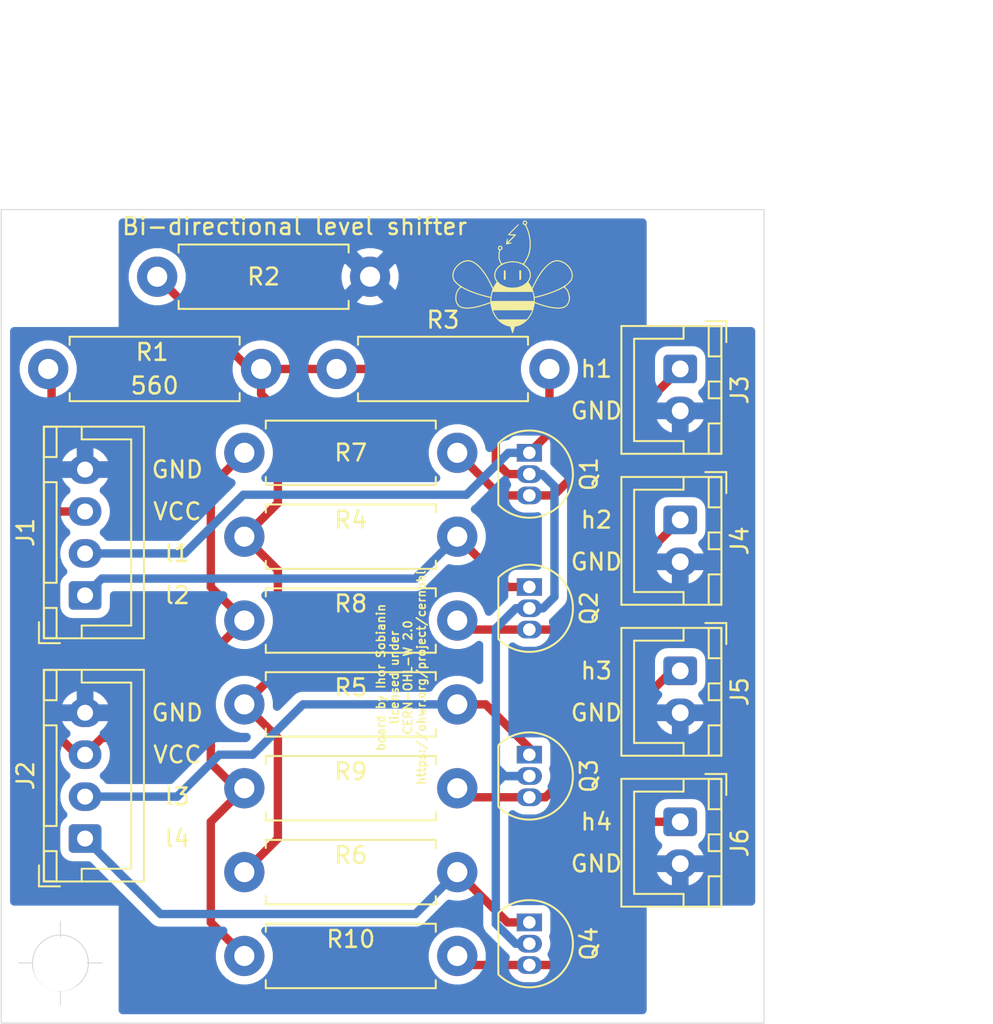
<source format=kicad_pcb>
(kicad_pcb (version 20171130) (host pcbnew 5.1.10-88a1d61d58~90~ubuntu20.04.1)

  (general
    (thickness 1.6)
    (drawings 27)
    (tracks 108)
    (zones 0)
    (modules 25)
    (nets 12)
  )

  (page A4)
  (layers
    (0 F.Cu signal)
    (31 B.Cu signal)
    (32 B.Adhes user)
    (33 F.Adhes user)
    (34 B.Paste user)
    (35 F.Paste user)
    (36 B.SilkS user)
    (37 F.SilkS user)
    (38 B.Mask user)
    (39 F.Mask user)
    (40 Dwgs.User user)
    (41 Cmts.User user)
    (42 Eco1.User user)
    (43 Eco2.User user)
    (44 Edge.Cuts user)
    (45 Margin user)
    (46 B.CrtYd user)
    (47 F.CrtYd user)
    (48 B.Fab user)
    (49 F.Fab user)
  )

  (setup
    (last_trace_width 0.25)
    (user_trace_width 0.5)
    (trace_clearance 0.2)
    (zone_clearance 0.5)
    (zone_45_only no)
    (trace_min 0.2)
    (via_size 0.8)
    (via_drill 0.4)
    (via_min_size 0.4)
    (via_min_drill 0.3)
    (uvia_size 0.3)
    (uvia_drill 0.1)
    (uvias_allowed no)
    (uvia_min_size 0.2)
    (uvia_min_drill 0.1)
    (edge_width 0.05)
    (segment_width 0.2)
    (pcb_text_width 0.3)
    (pcb_text_size 1.5 1.5)
    (mod_edge_width 0.12)
    (mod_text_size 1 1)
    (mod_text_width 0.15)
    (pad_size 1.524 1.524)
    (pad_drill 0.762)
    (pad_to_mask_clearance 0)
    (aux_axis_origin 0 0)
    (visible_elements 7FFFFFFF)
    (pcbplotparams
      (layerselection 0x3ffff_ffffffff)
      (usegerberextensions false)
      (usegerberattributes true)
      (usegerberadvancedattributes true)
      (creategerberjobfile true)
      (excludeedgelayer true)
      (linewidth 0.100000)
      (plotframeref false)
      (viasonmask false)
      (mode 1)
      (useauxorigin false)
      (hpglpennumber 1)
      (hpglpenspeed 20)
      (hpglpendiameter 15.000000)
      (psnegative false)
      (psa4output false)
      (plotreference true)
      (plotvalue true)
      (plotinvisibletext false)
      (padsonsilk false)
      (subtractmaskfromsilk false)
      (outputformat 1)
      (mirror false)
      (drillshape 0)
      (scaleselection 1)
      (outputdirectory "gerber/"))
  )

  (net 0 "")
  (net 1 GND)
  (net 2 +5V)
  (net 3 d2_l)
  (net 4 d1_l)
  (net 5 d4_l)
  (net 6 d3_l)
  (net 7 d1_h)
  (net 8 d2_h)
  (net 9 d3_h)
  (net 10 d4_h)
  (net 11 +3V3)

  (net_class Default "This is the default net class."
    (clearance 0.2)
    (trace_width 0.25)
    (via_dia 0.8)
    (via_drill 0.4)
    (uvia_dia 0.3)
    (uvia_drill 0.1)
    (add_net +3V3)
    (add_net +5V)
    (add_net GND)
    (add_net d1_h)
    (add_net d1_l)
    (add_net d2_h)
    (add_net d2_l)
    (add_net d3_h)
    (add_net d3_l)
    (add_net d4_h)
    (add_net d4_l)
  )

  (module Resistor_THT:R_Axial_DIN0411_L9.9mm_D3.6mm_P12.70mm_Horizontal (layer F.Cu) (tedit 5AE5139B) (tstamp 60E9DD53)
    (at 124 105.5)
    (descr "Resistor, Axial_DIN0411 series, Axial, Horizontal, pin pitch=12.7mm, 1W, length*diameter=9.9*3.6mm^2")
    (tags "Resistor Axial_DIN0411 series Axial Horizontal pin pitch 12.7mm 1W length 9.9mm diameter 3.6mm")
    (path /60EE73AC)
    (fp_text reference R10 (at 6.35 -1) (layer F.SilkS)
      (effects (font (size 1 1) (thickness 0.15)))
    )
    (fp_text value 1k (at 6.35 2.92) (layer F.Fab)
      (effects (font (size 1 1) (thickness 0.15)))
    )
    (fp_line (start 1.4 -1.8) (end 1.4 1.8) (layer F.Fab) (width 0.1))
    (fp_line (start 1.4 1.8) (end 11.3 1.8) (layer F.Fab) (width 0.1))
    (fp_line (start 11.3 1.8) (end 11.3 -1.8) (layer F.Fab) (width 0.1))
    (fp_line (start 11.3 -1.8) (end 1.4 -1.8) (layer F.Fab) (width 0.1))
    (fp_line (start 0 0) (end 1.4 0) (layer F.Fab) (width 0.1))
    (fp_line (start 12.7 0) (end 11.3 0) (layer F.Fab) (width 0.1))
    (fp_line (start 1.28 -1.44) (end 1.28 -1.92) (layer F.SilkS) (width 0.12))
    (fp_line (start 1.28 -1.92) (end 11.42 -1.92) (layer F.SilkS) (width 0.12))
    (fp_line (start 11.42 -1.92) (end 11.42 -1.44) (layer F.SilkS) (width 0.12))
    (fp_line (start 1.28 1.44) (end 1.28 1.92) (layer F.SilkS) (width 0.12))
    (fp_line (start 1.28 1.92) (end 11.42 1.92) (layer F.SilkS) (width 0.12))
    (fp_line (start 11.42 1.92) (end 11.42 1.44) (layer F.SilkS) (width 0.12))
    (fp_line (start -1.45 -2.05) (end -1.45 2.05) (layer F.CrtYd) (width 0.05))
    (fp_line (start -1.45 2.05) (end 14.15 2.05) (layer F.CrtYd) (width 0.05))
    (fp_line (start 14.15 2.05) (end 14.15 -2.05) (layer F.CrtYd) (width 0.05))
    (fp_line (start 14.15 -2.05) (end -1.45 -2.05) (layer F.CrtYd) (width 0.05))
    (fp_text user %R (at 6.35 0) (layer F.Fab)
      (effects (font (size 1 1) (thickness 0.15)))
    )
    (pad 2 thru_hole oval (at 12.7 0) (size 2.4 2.4) (drill 1.2) (layers *.Cu *.Mask)
      (net 10 d4_h))
    (pad 1 thru_hole circle (at 0 0) (size 2.4 2.4) (drill 1.2) (layers *.Cu *.Mask)
      (net 2 +5V))
    (model ${KISYS3DMOD}/Resistor_THT.3dshapes/R_Axial_DIN0411_L9.9mm_D3.6mm_P12.70mm_Horizontal.wrl
      (at (xyz 0 0 0))
      (scale (xyz 1 1 1))
      (rotate (xyz 0 0 0))
    )
  )

  (module Resistor_THT:R_Axial_DIN0411_L9.9mm_D3.6mm_P12.70mm_Horizontal (layer F.Cu) (tedit 5AE5139B) (tstamp 60E9DD3C)
    (at 124 95.5)
    (descr "Resistor, Axial_DIN0411 series, Axial, Horizontal, pin pitch=12.7mm, 1W, length*diameter=9.9*3.6mm^2")
    (tags "Resistor Axial_DIN0411 series Axial Horizontal pin pitch 12.7mm 1W length 9.9mm diameter 3.6mm")
    (path /60EE3ED7)
    (fp_text reference R9 (at 6.35 -1) (layer F.SilkS)
      (effects (font (size 1 1) (thickness 0.15)))
    )
    (fp_text value 1k (at 6.35 2.92) (layer F.Fab)
      (effects (font (size 1 1) (thickness 0.15)))
    )
    (fp_line (start 1.4 -1.8) (end 1.4 1.8) (layer F.Fab) (width 0.1))
    (fp_line (start 1.4 1.8) (end 11.3 1.8) (layer F.Fab) (width 0.1))
    (fp_line (start 11.3 1.8) (end 11.3 -1.8) (layer F.Fab) (width 0.1))
    (fp_line (start 11.3 -1.8) (end 1.4 -1.8) (layer F.Fab) (width 0.1))
    (fp_line (start 0 0) (end 1.4 0) (layer F.Fab) (width 0.1))
    (fp_line (start 12.7 0) (end 11.3 0) (layer F.Fab) (width 0.1))
    (fp_line (start 1.28 -1.44) (end 1.28 -1.92) (layer F.SilkS) (width 0.12))
    (fp_line (start 1.28 -1.92) (end 11.42 -1.92) (layer F.SilkS) (width 0.12))
    (fp_line (start 11.42 -1.92) (end 11.42 -1.44) (layer F.SilkS) (width 0.12))
    (fp_line (start 1.28 1.44) (end 1.28 1.92) (layer F.SilkS) (width 0.12))
    (fp_line (start 1.28 1.92) (end 11.42 1.92) (layer F.SilkS) (width 0.12))
    (fp_line (start 11.42 1.92) (end 11.42 1.44) (layer F.SilkS) (width 0.12))
    (fp_line (start -1.45 -2.05) (end -1.45 2.05) (layer F.CrtYd) (width 0.05))
    (fp_line (start -1.45 2.05) (end 14.15 2.05) (layer F.CrtYd) (width 0.05))
    (fp_line (start 14.15 2.05) (end 14.15 -2.05) (layer F.CrtYd) (width 0.05))
    (fp_line (start 14.15 -2.05) (end -1.45 -2.05) (layer F.CrtYd) (width 0.05))
    (fp_text user %R (at 6.35 0) (layer F.Fab)
      (effects (font (size 1 1) (thickness 0.15)))
    )
    (pad 2 thru_hole oval (at 12.7 0) (size 2.4 2.4) (drill 1.2) (layers *.Cu *.Mask)
      (net 9 d3_h))
    (pad 1 thru_hole circle (at 0 0) (size 2.4 2.4) (drill 1.2) (layers *.Cu *.Mask)
      (net 2 +5V))
    (model ${KISYS3DMOD}/Resistor_THT.3dshapes/R_Axial_DIN0411_L9.9mm_D3.6mm_P12.70mm_Horizontal.wrl
      (at (xyz 0 0 0))
      (scale (xyz 1 1 1))
      (rotate (xyz 0 0 0))
    )
  )

  (module Resistor_THT:R_Axial_DIN0411_L9.9mm_D3.6mm_P12.70mm_Horizontal (layer F.Cu) (tedit 5AE5139B) (tstamp 60E9DD25)
    (at 124 85.5)
    (descr "Resistor, Axial_DIN0411 series, Axial, Horizontal, pin pitch=12.7mm, 1W, length*diameter=9.9*3.6mm^2")
    (tags "Resistor Axial_DIN0411 series Axial Horizontal pin pitch 12.7mm 1W length 9.9mm diameter 3.6mm")
    (path /60EE10F5)
    (fp_text reference R8 (at 6.35 -1) (layer F.SilkS)
      (effects (font (size 1 1) (thickness 0.15)))
    )
    (fp_text value 1k (at 6.35 2.92) (layer F.Fab)
      (effects (font (size 1 1) (thickness 0.15)))
    )
    (fp_line (start 1.4 -1.8) (end 1.4 1.8) (layer F.Fab) (width 0.1))
    (fp_line (start 1.4 1.8) (end 11.3 1.8) (layer F.Fab) (width 0.1))
    (fp_line (start 11.3 1.8) (end 11.3 -1.8) (layer F.Fab) (width 0.1))
    (fp_line (start 11.3 -1.8) (end 1.4 -1.8) (layer F.Fab) (width 0.1))
    (fp_line (start 0 0) (end 1.4 0) (layer F.Fab) (width 0.1))
    (fp_line (start 12.7 0) (end 11.3 0) (layer F.Fab) (width 0.1))
    (fp_line (start 1.28 -1.44) (end 1.28 -1.92) (layer F.SilkS) (width 0.12))
    (fp_line (start 1.28 -1.92) (end 11.42 -1.92) (layer F.SilkS) (width 0.12))
    (fp_line (start 11.42 -1.92) (end 11.42 -1.44) (layer F.SilkS) (width 0.12))
    (fp_line (start 1.28 1.44) (end 1.28 1.92) (layer F.SilkS) (width 0.12))
    (fp_line (start 1.28 1.92) (end 11.42 1.92) (layer F.SilkS) (width 0.12))
    (fp_line (start 11.42 1.92) (end 11.42 1.44) (layer F.SilkS) (width 0.12))
    (fp_line (start -1.45 -2.05) (end -1.45 2.05) (layer F.CrtYd) (width 0.05))
    (fp_line (start -1.45 2.05) (end 14.15 2.05) (layer F.CrtYd) (width 0.05))
    (fp_line (start 14.15 2.05) (end 14.15 -2.05) (layer F.CrtYd) (width 0.05))
    (fp_line (start 14.15 -2.05) (end -1.45 -2.05) (layer F.CrtYd) (width 0.05))
    (fp_text user %R (at 6.35 0) (layer F.Fab)
      (effects (font (size 1 1) (thickness 0.15)))
    )
    (pad 2 thru_hole oval (at 12.7 0) (size 2.4 2.4) (drill 1.2) (layers *.Cu *.Mask)
      (net 8 d2_h))
    (pad 1 thru_hole circle (at 0 0) (size 2.4 2.4) (drill 1.2) (layers *.Cu *.Mask)
      (net 2 +5V))
    (model ${KISYS3DMOD}/Resistor_THT.3dshapes/R_Axial_DIN0411_L9.9mm_D3.6mm_P12.70mm_Horizontal.wrl
      (at (xyz 0 0 0))
      (scale (xyz 1 1 1))
      (rotate (xyz 0 0 0))
    )
  )

  (module Resistor_THT:R_Axial_DIN0411_L9.9mm_D3.6mm_P12.70mm_Horizontal (layer F.Cu) (tedit 5AE5139B) (tstamp 60E9DD0E)
    (at 124 75.5)
    (descr "Resistor, Axial_DIN0411 series, Axial, Horizontal, pin pitch=12.7mm, 1W, length*diameter=9.9*3.6mm^2")
    (tags "Resistor Axial_DIN0411 series Axial Horizontal pin pitch 12.7mm 1W length 9.9mm diameter 3.6mm")
    (path /60EA49F2)
    (fp_text reference R7 (at 6.35 0) (layer F.SilkS)
      (effects (font (size 1 1) (thickness 0.15)))
    )
    (fp_text value 1k (at 6.35 2.92) (layer F.Fab)
      (effects (font (size 1 1) (thickness 0.15)))
    )
    (fp_line (start 1.4 -1.8) (end 1.4 1.8) (layer F.Fab) (width 0.1))
    (fp_line (start 1.4 1.8) (end 11.3 1.8) (layer F.Fab) (width 0.1))
    (fp_line (start 11.3 1.8) (end 11.3 -1.8) (layer F.Fab) (width 0.1))
    (fp_line (start 11.3 -1.8) (end 1.4 -1.8) (layer F.Fab) (width 0.1))
    (fp_line (start 0 0) (end 1.4 0) (layer F.Fab) (width 0.1))
    (fp_line (start 12.7 0) (end 11.3 0) (layer F.Fab) (width 0.1))
    (fp_line (start 1.28 -1.44) (end 1.28 -1.92) (layer F.SilkS) (width 0.12))
    (fp_line (start 1.28 -1.92) (end 11.42 -1.92) (layer F.SilkS) (width 0.12))
    (fp_line (start 11.42 -1.92) (end 11.42 -1.44) (layer F.SilkS) (width 0.12))
    (fp_line (start 1.28 1.44) (end 1.28 1.92) (layer F.SilkS) (width 0.12))
    (fp_line (start 1.28 1.92) (end 11.42 1.92) (layer F.SilkS) (width 0.12))
    (fp_line (start 11.42 1.92) (end 11.42 1.44) (layer F.SilkS) (width 0.12))
    (fp_line (start -1.45 -2.05) (end -1.45 2.05) (layer F.CrtYd) (width 0.05))
    (fp_line (start -1.45 2.05) (end 14.15 2.05) (layer F.CrtYd) (width 0.05))
    (fp_line (start 14.15 2.05) (end 14.15 -2.05) (layer F.CrtYd) (width 0.05))
    (fp_line (start 14.15 -2.05) (end -1.45 -2.05) (layer F.CrtYd) (width 0.05))
    (fp_text user %R (at 6.35 0) (layer F.Fab)
      (effects (font (size 1 1) (thickness 0.15)))
    )
    (pad 2 thru_hole oval (at 12.7 0) (size 2.4 2.4) (drill 1.2) (layers *.Cu *.Mask)
      (net 7 d1_h))
    (pad 1 thru_hole circle (at 0 0) (size 2.4 2.4) (drill 1.2) (layers *.Cu *.Mask)
      (net 2 +5V))
    (model ${KISYS3DMOD}/Resistor_THT.3dshapes/R_Axial_DIN0411_L9.9mm_D3.6mm_P12.70mm_Horizontal.wrl
      (at (xyz 0 0 0))
      (scale (xyz 1 1 1))
      (rotate (xyz 0 0 0))
    )
  )

  (module Resistor_THT:R_Axial_DIN0411_L9.9mm_D3.6mm_P12.70mm_Horizontal (layer F.Cu) (tedit 5AE5139B) (tstamp 60E9DCF7)
    (at 124 100.5)
    (descr "Resistor, Axial_DIN0411 series, Axial, Horizontal, pin pitch=12.7mm, 1W, length*diameter=9.9*3.6mm^2")
    (tags "Resistor Axial_DIN0411 series Axial Horizontal pin pitch 12.7mm 1W length 9.9mm diameter 3.6mm")
    (path /60EE8F29)
    (fp_text reference R6 (at 6.35 -1) (layer F.SilkS)
      (effects (font (size 1 1) (thickness 0.15)))
    )
    (fp_text value 1k (at 6.35 2.92) (layer F.Fab)
      (effects (font (size 1 1) (thickness 0.15)))
    )
    (fp_line (start 1.4 -1.8) (end 1.4 1.8) (layer F.Fab) (width 0.1))
    (fp_line (start 1.4 1.8) (end 11.3 1.8) (layer F.Fab) (width 0.1))
    (fp_line (start 11.3 1.8) (end 11.3 -1.8) (layer F.Fab) (width 0.1))
    (fp_line (start 11.3 -1.8) (end 1.4 -1.8) (layer F.Fab) (width 0.1))
    (fp_line (start 0 0) (end 1.4 0) (layer F.Fab) (width 0.1))
    (fp_line (start 12.7 0) (end 11.3 0) (layer F.Fab) (width 0.1))
    (fp_line (start 1.28 -1.44) (end 1.28 -1.92) (layer F.SilkS) (width 0.12))
    (fp_line (start 1.28 -1.92) (end 11.42 -1.92) (layer F.SilkS) (width 0.12))
    (fp_line (start 11.42 -1.92) (end 11.42 -1.44) (layer F.SilkS) (width 0.12))
    (fp_line (start 1.28 1.44) (end 1.28 1.92) (layer F.SilkS) (width 0.12))
    (fp_line (start 1.28 1.92) (end 11.42 1.92) (layer F.SilkS) (width 0.12))
    (fp_line (start 11.42 1.92) (end 11.42 1.44) (layer F.SilkS) (width 0.12))
    (fp_line (start -1.45 -2.05) (end -1.45 2.05) (layer F.CrtYd) (width 0.05))
    (fp_line (start -1.45 2.05) (end 14.15 2.05) (layer F.CrtYd) (width 0.05))
    (fp_line (start 14.15 2.05) (end 14.15 -2.05) (layer F.CrtYd) (width 0.05))
    (fp_line (start 14.15 -2.05) (end -1.45 -2.05) (layer F.CrtYd) (width 0.05))
    (fp_text user %R (at 6.35 0) (layer F.Fab)
      (effects (font (size 1 1) (thickness 0.15)))
    )
    (pad 2 thru_hole oval (at 12.7 0) (size 2.4 2.4) (drill 1.2) (layers *.Cu *.Mask)
      (net 5 d4_l))
    (pad 1 thru_hole circle (at 0 0) (size 2.4 2.4) (drill 1.2) (layers *.Cu *.Mask)
      (net 11 +3V3))
    (model ${KISYS3DMOD}/Resistor_THT.3dshapes/R_Axial_DIN0411_L9.9mm_D3.6mm_P12.70mm_Horizontal.wrl
      (at (xyz 0 0 0))
      (scale (xyz 1 1 1))
      (rotate (xyz 0 0 0))
    )
  )

  (module Resistor_THT:R_Axial_DIN0411_L9.9mm_D3.6mm_P12.70mm_Horizontal (layer F.Cu) (tedit 5AE5139B) (tstamp 60E9DCE0)
    (at 124 90.5)
    (descr "Resistor, Axial_DIN0411 series, Axial, Horizontal, pin pitch=12.7mm, 1W, length*diameter=9.9*3.6mm^2")
    (tags "Resistor Axial_DIN0411 series Axial Horizontal pin pitch 12.7mm 1W length 9.9mm diameter 3.6mm")
    (path /60EE231B)
    (fp_text reference R5 (at 6.35 -1) (layer F.SilkS)
      (effects (font (size 1 1) (thickness 0.15)))
    )
    (fp_text value 1k (at 6.35 2.92) (layer F.Fab)
      (effects (font (size 1 1) (thickness 0.15)))
    )
    (fp_line (start 1.4 -1.8) (end 1.4 1.8) (layer F.Fab) (width 0.1))
    (fp_line (start 1.4 1.8) (end 11.3 1.8) (layer F.Fab) (width 0.1))
    (fp_line (start 11.3 1.8) (end 11.3 -1.8) (layer F.Fab) (width 0.1))
    (fp_line (start 11.3 -1.8) (end 1.4 -1.8) (layer F.Fab) (width 0.1))
    (fp_line (start 0 0) (end 1.4 0) (layer F.Fab) (width 0.1))
    (fp_line (start 12.7 0) (end 11.3 0) (layer F.Fab) (width 0.1))
    (fp_line (start 1.28 -1.44) (end 1.28 -1.92) (layer F.SilkS) (width 0.12))
    (fp_line (start 1.28 -1.92) (end 11.42 -1.92) (layer F.SilkS) (width 0.12))
    (fp_line (start 11.42 -1.92) (end 11.42 -1.44) (layer F.SilkS) (width 0.12))
    (fp_line (start 1.28 1.44) (end 1.28 1.92) (layer F.SilkS) (width 0.12))
    (fp_line (start 1.28 1.92) (end 11.42 1.92) (layer F.SilkS) (width 0.12))
    (fp_line (start 11.42 1.92) (end 11.42 1.44) (layer F.SilkS) (width 0.12))
    (fp_line (start -1.45 -2.05) (end -1.45 2.05) (layer F.CrtYd) (width 0.05))
    (fp_line (start -1.45 2.05) (end 14.15 2.05) (layer F.CrtYd) (width 0.05))
    (fp_line (start 14.15 2.05) (end 14.15 -2.05) (layer F.CrtYd) (width 0.05))
    (fp_line (start 14.15 -2.05) (end -1.45 -2.05) (layer F.CrtYd) (width 0.05))
    (fp_text user %R (at 6.35 0) (layer F.Fab)
      (effects (font (size 1 1) (thickness 0.15)))
    )
    (pad 2 thru_hole oval (at 12.7 0) (size 2.4 2.4) (drill 1.2) (layers *.Cu *.Mask)
      (net 6 d3_l))
    (pad 1 thru_hole circle (at 0 0) (size 2.4 2.4) (drill 1.2) (layers *.Cu *.Mask)
      (net 11 +3V3))
    (model ${KISYS3DMOD}/Resistor_THT.3dshapes/R_Axial_DIN0411_L9.9mm_D3.6mm_P12.70mm_Horizontal.wrl
      (at (xyz 0 0 0))
      (scale (xyz 1 1 1))
      (rotate (xyz 0 0 0))
    )
  )

  (module Resistor_THT:R_Axial_DIN0411_L9.9mm_D3.6mm_P12.70mm_Horizontal (layer F.Cu) (tedit 5AE5139B) (tstamp 60E9DCC9)
    (at 124 80.5)
    (descr "Resistor, Axial_DIN0411 series, Axial, Horizontal, pin pitch=12.7mm, 1W, length*diameter=9.9*3.6mm^2")
    (tags "Resistor Axial_DIN0411 series Axial Horizontal pin pitch 12.7mm 1W length 9.9mm diameter 3.6mm")
    (path /60EDF2D8)
    (fp_text reference R4 (at 6.35 -1) (layer F.SilkS)
      (effects (font (size 1 1) (thickness 0.15)))
    )
    (fp_text value 1k (at 6.35 2.92) (layer F.Fab)
      (effects (font (size 1 1) (thickness 0.15)))
    )
    (fp_line (start 1.4 -1.8) (end 1.4 1.8) (layer F.Fab) (width 0.1))
    (fp_line (start 1.4 1.8) (end 11.3 1.8) (layer F.Fab) (width 0.1))
    (fp_line (start 11.3 1.8) (end 11.3 -1.8) (layer F.Fab) (width 0.1))
    (fp_line (start 11.3 -1.8) (end 1.4 -1.8) (layer F.Fab) (width 0.1))
    (fp_line (start 0 0) (end 1.4 0) (layer F.Fab) (width 0.1))
    (fp_line (start 12.7 0) (end 11.3 0) (layer F.Fab) (width 0.1))
    (fp_line (start 1.28 -1.44) (end 1.28 -1.92) (layer F.SilkS) (width 0.12))
    (fp_line (start 1.28 -1.92) (end 11.42 -1.92) (layer F.SilkS) (width 0.12))
    (fp_line (start 11.42 -1.92) (end 11.42 -1.44) (layer F.SilkS) (width 0.12))
    (fp_line (start 1.28 1.44) (end 1.28 1.92) (layer F.SilkS) (width 0.12))
    (fp_line (start 1.28 1.92) (end 11.42 1.92) (layer F.SilkS) (width 0.12))
    (fp_line (start 11.42 1.92) (end 11.42 1.44) (layer F.SilkS) (width 0.12))
    (fp_line (start -1.45 -2.05) (end -1.45 2.05) (layer F.CrtYd) (width 0.05))
    (fp_line (start -1.45 2.05) (end 14.15 2.05) (layer F.CrtYd) (width 0.05))
    (fp_line (start 14.15 2.05) (end 14.15 -2.05) (layer F.CrtYd) (width 0.05))
    (fp_line (start 14.15 -2.05) (end -1.45 -2.05) (layer F.CrtYd) (width 0.05))
    (fp_text user %R (at 6.35 0) (layer F.Fab)
      (effects (font (size 1 1) (thickness 0.15)))
    )
    (pad 2 thru_hole oval (at 12.7 0) (size 2.4 2.4) (drill 1.2) (layers *.Cu *.Mask)
      (net 3 d2_l))
    (pad 1 thru_hole circle (at 0 0) (size 2.4 2.4) (drill 1.2) (layers *.Cu *.Mask)
      (net 11 +3V3))
    (model ${KISYS3DMOD}/Resistor_THT.3dshapes/R_Axial_DIN0411_L9.9mm_D3.6mm_P12.70mm_Horizontal.wrl
      (at (xyz 0 0 0))
      (scale (xyz 1 1 1))
      (rotate (xyz 0 0 0))
    )
  )

  (module Resistor_THT:R_Axial_DIN0411_L9.9mm_D3.6mm_P12.70mm_Horizontal (layer F.Cu) (tedit 5AE5139B) (tstamp 60E9DCB2)
    (at 129.5 70.5)
    (descr "Resistor, Axial_DIN0411 series, Axial, Horizontal, pin pitch=12.7mm, 1W, length*diameter=9.9*3.6mm^2")
    (tags "Resistor Axial_DIN0411 series Axial Horizontal pin pitch 12.7mm 1W length 9.9mm diameter 3.6mm")
    (path /60EA4D8D)
    (fp_text reference R3 (at 6.35 -2.92) (layer F.SilkS)
      (effects (font (size 1 1) (thickness 0.15)))
    )
    (fp_text value 1k (at 6.35 2.92) (layer F.Fab)
      (effects (font (size 1 1) (thickness 0.15)))
    )
    (fp_line (start 1.4 -1.8) (end 1.4 1.8) (layer F.Fab) (width 0.1))
    (fp_line (start 1.4 1.8) (end 11.3 1.8) (layer F.Fab) (width 0.1))
    (fp_line (start 11.3 1.8) (end 11.3 -1.8) (layer F.Fab) (width 0.1))
    (fp_line (start 11.3 -1.8) (end 1.4 -1.8) (layer F.Fab) (width 0.1))
    (fp_line (start 0 0) (end 1.4 0) (layer F.Fab) (width 0.1))
    (fp_line (start 12.7 0) (end 11.3 0) (layer F.Fab) (width 0.1))
    (fp_line (start 1.28 -1.44) (end 1.28 -1.92) (layer F.SilkS) (width 0.12))
    (fp_line (start 1.28 -1.92) (end 11.42 -1.92) (layer F.SilkS) (width 0.12))
    (fp_line (start 11.42 -1.92) (end 11.42 -1.44) (layer F.SilkS) (width 0.12))
    (fp_line (start 1.28 1.44) (end 1.28 1.92) (layer F.SilkS) (width 0.12))
    (fp_line (start 1.28 1.92) (end 11.42 1.92) (layer F.SilkS) (width 0.12))
    (fp_line (start 11.42 1.92) (end 11.42 1.44) (layer F.SilkS) (width 0.12))
    (fp_line (start -1.45 -2.05) (end -1.45 2.05) (layer F.CrtYd) (width 0.05))
    (fp_line (start -1.45 2.05) (end 14.15 2.05) (layer F.CrtYd) (width 0.05))
    (fp_line (start 14.15 2.05) (end 14.15 -2.05) (layer F.CrtYd) (width 0.05))
    (fp_line (start 14.15 -2.05) (end -1.45 -2.05) (layer F.CrtYd) (width 0.05))
    (fp_text user %R (at 6.35 0) (layer F.Fab)
      (effects (font (size 1 1) (thickness 0.15)))
    )
    (pad 2 thru_hole oval (at 12.7 0) (size 2.4 2.4) (drill 1.2) (layers *.Cu *.Mask)
      (net 4 d1_l))
    (pad 1 thru_hole circle (at 0 0) (size 2.4 2.4) (drill 1.2) (layers *.Cu *.Mask)
      (net 11 +3V3))
    (model ${KISYS3DMOD}/Resistor_THT.3dshapes/R_Axial_DIN0411_L9.9mm_D3.6mm_P12.70mm_Horizontal.wrl
      (at (xyz 0 0 0))
      (scale (xyz 1 1 1))
      (rotate (xyz 0 0 0))
    )
  )

  (module Resistor_THT:R_Axial_DIN0411_L9.9mm_D3.6mm_P12.70mm_Horizontal (layer F.Cu) (tedit 5AE5139B) (tstamp 60E9DC9B)
    (at 131.5 65 180)
    (descr "Resistor, Axial_DIN0411 series, Axial, Horizontal, pin pitch=12.7mm, 1W, length*diameter=9.9*3.6mm^2")
    (tags "Resistor Axial_DIN0411 series Axial Horizontal pin pitch 12.7mm 1W length 9.9mm diameter 3.6mm")
    (path /60EC4500)
    (fp_text reference R2 (at 6.35 0) (layer F.SilkS)
      (effects (font (size 1 1) (thickness 0.15)))
    )
    (fp_text value 1k (at 6.35 2.92) (layer F.Fab)
      (effects (font (size 1 1) (thickness 0.15)))
    )
    (fp_line (start 1.4 -1.8) (end 1.4 1.8) (layer F.Fab) (width 0.1))
    (fp_line (start 1.4 1.8) (end 11.3 1.8) (layer F.Fab) (width 0.1))
    (fp_line (start 11.3 1.8) (end 11.3 -1.8) (layer F.Fab) (width 0.1))
    (fp_line (start 11.3 -1.8) (end 1.4 -1.8) (layer F.Fab) (width 0.1))
    (fp_line (start 0 0) (end 1.4 0) (layer F.Fab) (width 0.1))
    (fp_line (start 12.7 0) (end 11.3 0) (layer F.Fab) (width 0.1))
    (fp_line (start 1.28 -1.44) (end 1.28 -1.92) (layer F.SilkS) (width 0.12))
    (fp_line (start 1.28 -1.92) (end 11.42 -1.92) (layer F.SilkS) (width 0.12))
    (fp_line (start 11.42 -1.92) (end 11.42 -1.44) (layer F.SilkS) (width 0.12))
    (fp_line (start 1.28 1.44) (end 1.28 1.92) (layer F.SilkS) (width 0.12))
    (fp_line (start 1.28 1.92) (end 11.42 1.92) (layer F.SilkS) (width 0.12))
    (fp_line (start 11.42 1.92) (end 11.42 1.44) (layer F.SilkS) (width 0.12))
    (fp_line (start -1.45 -2.05) (end -1.45 2.05) (layer F.CrtYd) (width 0.05))
    (fp_line (start -1.45 2.05) (end 14.15 2.05) (layer F.CrtYd) (width 0.05))
    (fp_line (start 14.15 2.05) (end 14.15 -2.05) (layer F.CrtYd) (width 0.05))
    (fp_line (start 14.15 -2.05) (end -1.45 -2.05) (layer F.CrtYd) (width 0.05))
    (fp_text user %R (at 6.35 0) (layer F.Fab)
      (effects (font (size 1 1) (thickness 0.15)))
    )
    (pad 2 thru_hole oval (at 12.7 0 180) (size 2.4 2.4) (drill 1.2) (layers *.Cu *.Mask)
      (net 11 +3V3))
    (pad 1 thru_hole circle (at 0 0 180) (size 2.4 2.4) (drill 1.2) (layers *.Cu *.Mask)
      (net 1 GND))
    (model ${KISYS3DMOD}/Resistor_THT.3dshapes/R_Axial_DIN0411_L9.9mm_D3.6mm_P12.70mm_Horizontal.wrl
      (at (xyz 0 0 0))
      (scale (xyz 1 1 1))
      (rotate (xyz 0 0 0))
    )
  )

  (module Resistor_THT:R_Axial_DIN0411_L9.9mm_D3.6mm_P12.70mm_Horizontal (layer F.Cu) (tedit 5AE5139B) (tstamp 60E9DC84)
    (at 125 70.5 180)
    (descr "Resistor, Axial_DIN0411 series, Axial, Horizontal, pin pitch=12.7mm, 1W, length*diameter=9.9*3.6mm^2")
    (tags "Resistor Axial_DIN0411 series Axial Horizontal pin pitch 12.7mm 1W length 9.9mm diameter 3.6mm")
    (path /60EC2100)
    (fp_text reference R1 (at 6.5 1) (layer F.SilkS)
      (effects (font (size 1 1) (thickness 0.15)))
    )
    (fp_text value 560 (at 6.35 -1) (layer F.SilkS)
      (effects (font (size 1 1) (thickness 0.15)))
    )
    (fp_line (start 1.4 -1.8) (end 1.4 1.8) (layer F.Fab) (width 0.1))
    (fp_line (start 1.4 1.8) (end 11.3 1.8) (layer F.Fab) (width 0.1))
    (fp_line (start 11.3 1.8) (end 11.3 -1.8) (layer F.Fab) (width 0.1))
    (fp_line (start 11.3 -1.8) (end 1.4 -1.8) (layer F.Fab) (width 0.1))
    (fp_line (start 0 0) (end 1.4 0) (layer F.Fab) (width 0.1))
    (fp_line (start 12.7 0) (end 11.3 0) (layer F.Fab) (width 0.1))
    (fp_line (start 1.28 -1.44) (end 1.28 -1.92) (layer F.SilkS) (width 0.12))
    (fp_line (start 1.28 -1.92) (end 11.42 -1.92) (layer F.SilkS) (width 0.12))
    (fp_line (start 11.42 -1.92) (end 11.42 -1.44) (layer F.SilkS) (width 0.12))
    (fp_line (start 1.28 1.44) (end 1.28 1.92) (layer F.SilkS) (width 0.12))
    (fp_line (start 1.28 1.92) (end 11.42 1.92) (layer F.SilkS) (width 0.12))
    (fp_line (start 11.42 1.92) (end 11.42 1.44) (layer F.SilkS) (width 0.12))
    (fp_line (start -1.45 -2.05) (end -1.45 2.05) (layer F.CrtYd) (width 0.05))
    (fp_line (start -1.45 2.05) (end 14.15 2.05) (layer F.CrtYd) (width 0.05))
    (fp_line (start 14.15 2.05) (end 14.15 -2.05) (layer F.CrtYd) (width 0.05))
    (fp_line (start 14.15 -2.05) (end -1.45 -2.05) (layer F.CrtYd) (width 0.05))
    (fp_text user %R (at 6.35 0) (layer F.Fab)
      (effects (font (size 1 1) (thickness 0.15)))
    )
    (pad 2 thru_hole oval (at 12.7 0 180) (size 2.4 2.4) (drill 1.2) (layers *.Cu *.Mask)
      (net 2 +5V))
    (pad 1 thru_hole circle (at 0 0 180) (size 2.4 2.4) (drill 1.2) (layers *.Cu *.Mask)
      (net 11 +3V3))
    (model ${KISYS3DMOD}/Resistor_THT.3dshapes/R_Axial_DIN0411_L9.9mm_D3.6mm_P12.70mm_Horizontal.wrl
      (at (xyz 0 0 0))
      (scale (xyz 1 1 1))
      (rotate (xyz 0 0 0))
    )
  )

  (module Package_TO_SOT_THT:TO-92_Inline (layer F.Cu) (tedit 5A1DD157) (tstamp 60E9DC6D)
    (at 141 103.5 270)
    (descr "TO-92 leads in-line, narrow, oval pads, drill 0.75mm (see NXP sot054_po.pdf)")
    (tags "to-92 sc-43 sc-43a sot54 PA33 transistor")
    (path /60EBE39A)
    (fp_text reference Q4 (at 1.27 -3.56 90) (layer F.SilkS)
      (effects (font (size 1 1) (thickness 0.15)))
    )
    (fp_text value 2N7000 (at -2.5 -0.5 180) (layer F.Fab)
      (effects (font (size 1 1) (thickness 0.15)))
    )
    (fp_line (start -0.53 1.85) (end 3.07 1.85) (layer F.SilkS) (width 0.12))
    (fp_line (start -0.5 1.75) (end 3 1.75) (layer F.Fab) (width 0.1))
    (fp_line (start -1.46 -2.73) (end 4 -2.73) (layer F.CrtYd) (width 0.05))
    (fp_line (start -1.46 -2.73) (end -1.46 2.01) (layer F.CrtYd) (width 0.05))
    (fp_line (start 4 2.01) (end 4 -2.73) (layer F.CrtYd) (width 0.05))
    (fp_line (start 4 2.01) (end -1.46 2.01) (layer F.CrtYd) (width 0.05))
    (fp_arc (start 1.27 0) (end 1.27 -2.6) (angle 135) (layer F.SilkS) (width 0.12))
    (fp_arc (start 1.27 0) (end 1.27 -2.48) (angle -135) (layer F.Fab) (width 0.1))
    (fp_arc (start 1.27 0) (end 1.27 -2.6) (angle -135) (layer F.SilkS) (width 0.12))
    (fp_arc (start 1.27 0) (end 1.27 -2.48) (angle 135) (layer F.Fab) (width 0.1))
    (fp_text user %R (at 1.27 0 90) (layer F.Fab)
      (effects (font (size 1 1) (thickness 0.15)))
    )
    (pad 1 thru_hole rect (at 0 0 270) (size 1.05 1.5) (drill 0.75) (layers *.Cu *.Mask)
      (net 5 d4_l))
    (pad 3 thru_hole oval (at 2.54 0 270) (size 1.05 1.5) (drill 0.75) (layers *.Cu *.Mask)
      (net 10 d4_h))
    (pad 2 thru_hole oval (at 1.27 0 270) (size 1.05 1.5) (drill 0.75) (layers *.Cu *.Mask)
      (net 11 +3V3))
    (model ${KISYS3DMOD}/Package_TO_SOT_THT.3dshapes/TO-92_Inline.wrl
      (at (xyz 0 0 0))
      (scale (xyz 1 1 1))
      (rotate (xyz 0 0 0))
    )
  )

  (module Package_TO_SOT_THT:TO-92_Inline (layer F.Cu) (tedit 5A1DD157) (tstamp 60E9DC5B)
    (at 141 93.5 270)
    (descr "TO-92 leads in-line, narrow, oval pads, drill 0.75mm (see NXP sot054_po.pdf)")
    (tags "to-92 sc-43 sc-43a sot54 PA33 transistor")
    (path /60EBC4E1)
    (fp_text reference Q3 (at 1.27 -3.56 90) (layer F.SilkS)
      (effects (font (size 1 1) (thickness 0.15)))
    )
    (fp_text value 2N7000 (at -2.5 -0.5 180) (layer F.Fab)
      (effects (font (size 1 1) (thickness 0.15)))
    )
    (fp_line (start -0.53 1.85) (end 3.07 1.85) (layer F.SilkS) (width 0.12))
    (fp_line (start -0.5 1.75) (end 3 1.75) (layer F.Fab) (width 0.1))
    (fp_line (start -1.46 -2.73) (end 4 -2.73) (layer F.CrtYd) (width 0.05))
    (fp_line (start -1.46 -2.73) (end -1.46 2.01) (layer F.CrtYd) (width 0.05))
    (fp_line (start 4 2.01) (end 4 -2.73) (layer F.CrtYd) (width 0.05))
    (fp_line (start 4 2.01) (end -1.46 2.01) (layer F.CrtYd) (width 0.05))
    (fp_arc (start 1.27 0) (end 1.27 -2.6) (angle 135) (layer F.SilkS) (width 0.12))
    (fp_arc (start 1.27 0) (end 1.27 -2.48) (angle -135) (layer F.Fab) (width 0.1))
    (fp_arc (start 1.27 0) (end 1.27 -2.6) (angle -135) (layer F.SilkS) (width 0.12))
    (fp_arc (start 1.27 0) (end 1.27 -2.48) (angle 135) (layer F.Fab) (width 0.1))
    (fp_text user %R (at 1.27 0 90) (layer F.Fab)
      (effects (font (size 1 1) (thickness 0.15)))
    )
    (pad 1 thru_hole rect (at 0 0 270) (size 1.05 1.5) (drill 0.75) (layers *.Cu *.Mask)
      (net 6 d3_l))
    (pad 3 thru_hole oval (at 2.54 0 270) (size 1.05 1.5) (drill 0.75) (layers *.Cu *.Mask)
      (net 9 d3_h))
    (pad 2 thru_hole oval (at 1.27 0 270) (size 1.05 1.5) (drill 0.75) (layers *.Cu *.Mask)
      (net 11 +3V3))
    (model ${KISYS3DMOD}/Package_TO_SOT_THT.3dshapes/TO-92_Inline.wrl
      (at (xyz 0 0 0))
      (scale (xyz 1 1 1))
      (rotate (xyz 0 0 0))
    )
  )

  (module Package_TO_SOT_THT:TO-92_Inline (layer F.Cu) (tedit 5A1DD157) (tstamp 60E9DC49)
    (at 141 83.5 270)
    (descr "TO-92 leads in-line, narrow, oval pads, drill 0.75mm (see NXP sot054_po.pdf)")
    (tags "to-92 sc-43 sc-43a sot54 PA33 transistor")
    (path /60EBA8C8)
    (fp_text reference Q2 (at 1.27 -3.56 90) (layer F.SilkS)
      (effects (font (size 1 1) (thickness 0.15)))
    )
    (fp_text value 2N7000 (at -2.5 -0.5 180) (layer F.Fab)
      (effects (font (size 1 1) (thickness 0.15)))
    )
    (fp_line (start -0.53 1.85) (end 3.07 1.85) (layer F.SilkS) (width 0.12))
    (fp_line (start -0.5 1.75) (end 3 1.75) (layer F.Fab) (width 0.1))
    (fp_line (start -1.46 -2.73) (end 4 -2.73) (layer F.CrtYd) (width 0.05))
    (fp_line (start -1.46 -2.73) (end -1.46 2.01) (layer F.CrtYd) (width 0.05))
    (fp_line (start 4 2.01) (end 4 -2.73) (layer F.CrtYd) (width 0.05))
    (fp_line (start 4 2.01) (end -1.46 2.01) (layer F.CrtYd) (width 0.05))
    (fp_arc (start 1.27 0) (end 1.27 -2.6) (angle 135) (layer F.SilkS) (width 0.12))
    (fp_arc (start 1.27 0) (end 1.27 -2.48) (angle -135) (layer F.Fab) (width 0.1))
    (fp_arc (start 1.27 0) (end 1.27 -2.6) (angle -135) (layer F.SilkS) (width 0.12))
    (fp_arc (start 1.27 0) (end 1.27 -2.48) (angle 135) (layer F.Fab) (width 0.1))
    (fp_text user %R (at 1.27 0 90) (layer F.Fab)
      (effects (font (size 1 1) (thickness 0.15)))
    )
    (pad 1 thru_hole rect (at 0 0 270) (size 1.05 1.5) (drill 0.75) (layers *.Cu *.Mask)
      (net 3 d2_l))
    (pad 3 thru_hole oval (at 2.54 0 270) (size 1.05 1.5) (drill 0.75) (layers *.Cu *.Mask)
      (net 8 d2_h))
    (pad 2 thru_hole oval (at 1.27 0 270) (size 1.05 1.5) (drill 0.75) (layers *.Cu *.Mask)
      (net 11 +3V3))
    (model ${KISYS3DMOD}/Package_TO_SOT_THT.3dshapes/TO-92_Inline.wrl
      (at (xyz 0 0 0))
      (scale (xyz 1 1 1))
      (rotate (xyz 0 0 0))
    )
  )

  (module Package_TO_SOT_THT:TO-92_Inline (layer F.Cu) (tedit 5A1DD157) (tstamp 60E9DC37)
    (at 141 75.5 270)
    (descr "TO-92 leads in-line, narrow, oval pads, drill 0.75mm (see NXP sot054_po.pdf)")
    (tags "to-92 sc-43 sc-43a sot54 PA33 transistor")
    (path /60E9D311)
    (fp_text reference Q1 (at 1.27 -3.56 90) (layer F.SilkS)
      (effects (font (size 1 1) (thickness 0.15)))
    )
    (fp_text value 2N7000 (at -2.5 -0.5) (layer F.Fab)
      (effects (font (size 1 1) (thickness 0.15)))
    )
    (fp_line (start -0.53 1.85) (end 3.07 1.85) (layer F.SilkS) (width 0.12))
    (fp_line (start -0.5 1.75) (end 3 1.75) (layer F.Fab) (width 0.1))
    (fp_line (start -1.46 -2.73) (end 4 -2.73) (layer F.CrtYd) (width 0.05))
    (fp_line (start -1.46 -2.73) (end -1.46 2.01) (layer F.CrtYd) (width 0.05))
    (fp_line (start 4 2.01) (end 4 -2.73) (layer F.CrtYd) (width 0.05))
    (fp_line (start 4 2.01) (end -1.46 2.01) (layer F.CrtYd) (width 0.05))
    (fp_arc (start 1.27 0) (end 1.27 -2.6) (angle 135) (layer F.SilkS) (width 0.12))
    (fp_arc (start 1.27 0) (end 1.27 -2.48) (angle -135) (layer F.Fab) (width 0.1))
    (fp_arc (start 1.27 0) (end 1.27 -2.6) (angle -135) (layer F.SilkS) (width 0.12))
    (fp_arc (start 1.27 0) (end 1.27 -2.48) (angle 135) (layer F.Fab) (width 0.1))
    (fp_text user %R (at 1.27 0 90) (layer F.Fab)
      (effects (font (size 1 1) (thickness 0.15)))
    )
    (pad 1 thru_hole rect (at 0 0 270) (size 1.05 1.5) (drill 0.75) (layers *.Cu *.Mask)
      (net 4 d1_l))
    (pad 3 thru_hole oval (at 2.54 0 270) (size 1.05 1.5) (drill 0.75) (layers *.Cu *.Mask)
      (net 7 d1_h))
    (pad 2 thru_hole oval (at 1.27 0 270) (size 1.05 1.5) (drill 0.75) (layers *.Cu *.Mask)
      (net 11 +3V3))
    (model ${KISYS3DMOD}/Package_TO_SOT_THT.3dshapes/TO-92_Inline.wrl
      (at (xyz 0 0 0))
      (scale (xyz 1 1 1))
      (rotate (xyz 0 0 0))
    )
  )

  (module Connector_JST:JST_XH_B2B-XH-A_1x02_P2.50mm_Vertical (layer F.Cu) (tedit 5C28146C) (tstamp 60E9DC25)
    (at 150 97.5 270)
    (descr "JST XH series connector, B2B-XH-A (http://www.jst-mfg.com/product/pdf/eng/eXH.pdf), generated with kicad-footprint-generator")
    (tags "connector JST XH vertical")
    (path /60EB87D6)
    (fp_text reference J6 (at 1.25 -3.55 90) (layer F.SilkS)
      (effects (font (size 1 1) (thickness 0.15)))
    )
    (fp_text value Conn_01x02 (at 1.25 4.6 90) (layer F.Fab)
      (effects (font (size 1 1) (thickness 0.15)))
    )
    (fp_line (start -2.45 -2.35) (end -2.45 3.4) (layer F.Fab) (width 0.1))
    (fp_line (start -2.45 3.4) (end 4.95 3.4) (layer F.Fab) (width 0.1))
    (fp_line (start 4.95 3.4) (end 4.95 -2.35) (layer F.Fab) (width 0.1))
    (fp_line (start 4.95 -2.35) (end -2.45 -2.35) (layer F.Fab) (width 0.1))
    (fp_line (start -2.56 -2.46) (end -2.56 3.51) (layer F.SilkS) (width 0.12))
    (fp_line (start -2.56 3.51) (end 5.06 3.51) (layer F.SilkS) (width 0.12))
    (fp_line (start 5.06 3.51) (end 5.06 -2.46) (layer F.SilkS) (width 0.12))
    (fp_line (start 5.06 -2.46) (end -2.56 -2.46) (layer F.SilkS) (width 0.12))
    (fp_line (start -2.95 -2.85) (end -2.95 3.9) (layer F.CrtYd) (width 0.05))
    (fp_line (start -2.95 3.9) (end 5.45 3.9) (layer F.CrtYd) (width 0.05))
    (fp_line (start 5.45 3.9) (end 5.45 -2.85) (layer F.CrtYd) (width 0.05))
    (fp_line (start 5.45 -2.85) (end -2.95 -2.85) (layer F.CrtYd) (width 0.05))
    (fp_line (start -0.625 -2.35) (end 0 -1.35) (layer F.Fab) (width 0.1))
    (fp_line (start 0 -1.35) (end 0.625 -2.35) (layer F.Fab) (width 0.1))
    (fp_line (start 0.75 -2.45) (end 0.75 -1.7) (layer F.SilkS) (width 0.12))
    (fp_line (start 0.75 -1.7) (end 1.75 -1.7) (layer F.SilkS) (width 0.12))
    (fp_line (start 1.75 -1.7) (end 1.75 -2.45) (layer F.SilkS) (width 0.12))
    (fp_line (start 1.75 -2.45) (end 0.75 -2.45) (layer F.SilkS) (width 0.12))
    (fp_line (start -2.55 -2.45) (end -2.55 -1.7) (layer F.SilkS) (width 0.12))
    (fp_line (start -2.55 -1.7) (end -0.75 -1.7) (layer F.SilkS) (width 0.12))
    (fp_line (start -0.75 -1.7) (end -0.75 -2.45) (layer F.SilkS) (width 0.12))
    (fp_line (start -0.75 -2.45) (end -2.55 -2.45) (layer F.SilkS) (width 0.12))
    (fp_line (start 3.25 -2.45) (end 3.25 -1.7) (layer F.SilkS) (width 0.12))
    (fp_line (start 3.25 -1.7) (end 5.05 -1.7) (layer F.SilkS) (width 0.12))
    (fp_line (start 5.05 -1.7) (end 5.05 -2.45) (layer F.SilkS) (width 0.12))
    (fp_line (start 5.05 -2.45) (end 3.25 -2.45) (layer F.SilkS) (width 0.12))
    (fp_line (start -2.55 -0.2) (end -1.8 -0.2) (layer F.SilkS) (width 0.12))
    (fp_line (start -1.8 -0.2) (end -1.8 2.75) (layer F.SilkS) (width 0.12))
    (fp_line (start -1.8 2.75) (end 1.25 2.75) (layer F.SilkS) (width 0.12))
    (fp_line (start 5.05 -0.2) (end 4.3 -0.2) (layer F.SilkS) (width 0.12))
    (fp_line (start 4.3 -0.2) (end 4.3 2.75) (layer F.SilkS) (width 0.12))
    (fp_line (start 4.3 2.75) (end 1.25 2.75) (layer F.SilkS) (width 0.12))
    (fp_line (start -1.6 -2.75) (end -2.85 -2.75) (layer F.SilkS) (width 0.12))
    (fp_line (start -2.85 -2.75) (end -2.85 -1.5) (layer F.SilkS) (width 0.12))
    (fp_text user %R (at 1.25 2.7 90) (layer F.Fab)
      (effects (font (size 1 1) (thickness 0.15)))
    )
    (pad 2 thru_hole oval (at 2.5 0 270) (size 1.7 2) (drill 1) (layers *.Cu *.Mask)
      (net 1 GND))
    (pad 1 thru_hole roundrect (at 0 0 270) (size 1.7 2) (drill 1) (layers *.Cu *.Mask) (roundrect_rratio 0.1470588235294118)
      (net 10 d4_h))
    (model ${KISYS3DMOD}/Connector_JST.3dshapes/JST_XH_B2B-XH-A_1x02_P2.50mm_Vertical.wrl
      (at (xyz 0 0 0))
      (scale (xyz 1 1 1))
      (rotate (xyz 0 0 0))
    )
  )

  (module Connector_JST:JST_XH_B2B-XH-A_1x02_P2.50mm_Vertical (layer F.Cu) (tedit 5C28146C) (tstamp 60E9DBFC)
    (at 150 88.5 270)
    (descr "JST XH series connector, B2B-XH-A (http://www.jst-mfg.com/product/pdf/eng/eXH.pdf), generated with kicad-footprint-generator")
    (tags "connector JST XH vertical")
    (path /60EB810D)
    (fp_text reference J5 (at 1.25 -3.55 90) (layer F.SilkS)
      (effects (font (size 1 1) (thickness 0.15)))
    )
    (fp_text value Conn_01x02 (at 1.25 4.6 90) (layer F.Fab)
      (effects (font (size 1 1) (thickness 0.15)))
    )
    (fp_line (start -2.45 -2.35) (end -2.45 3.4) (layer F.Fab) (width 0.1))
    (fp_line (start -2.45 3.4) (end 4.95 3.4) (layer F.Fab) (width 0.1))
    (fp_line (start 4.95 3.4) (end 4.95 -2.35) (layer F.Fab) (width 0.1))
    (fp_line (start 4.95 -2.35) (end -2.45 -2.35) (layer F.Fab) (width 0.1))
    (fp_line (start -2.56 -2.46) (end -2.56 3.51) (layer F.SilkS) (width 0.12))
    (fp_line (start -2.56 3.51) (end 5.06 3.51) (layer F.SilkS) (width 0.12))
    (fp_line (start 5.06 3.51) (end 5.06 -2.46) (layer F.SilkS) (width 0.12))
    (fp_line (start 5.06 -2.46) (end -2.56 -2.46) (layer F.SilkS) (width 0.12))
    (fp_line (start -2.95 -2.85) (end -2.95 3.9) (layer F.CrtYd) (width 0.05))
    (fp_line (start -2.95 3.9) (end 5.45 3.9) (layer F.CrtYd) (width 0.05))
    (fp_line (start 5.45 3.9) (end 5.45 -2.85) (layer F.CrtYd) (width 0.05))
    (fp_line (start 5.45 -2.85) (end -2.95 -2.85) (layer F.CrtYd) (width 0.05))
    (fp_line (start -0.625 -2.35) (end 0 -1.35) (layer F.Fab) (width 0.1))
    (fp_line (start 0 -1.35) (end 0.625 -2.35) (layer F.Fab) (width 0.1))
    (fp_line (start 0.75 -2.45) (end 0.75 -1.7) (layer F.SilkS) (width 0.12))
    (fp_line (start 0.75 -1.7) (end 1.75 -1.7) (layer F.SilkS) (width 0.12))
    (fp_line (start 1.75 -1.7) (end 1.75 -2.45) (layer F.SilkS) (width 0.12))
    (fp_line (start 1.75 -2.45) (end 0.75 -2.45) (layer F.SilkS) (width 0.12))
    (fp_line (start -2.55 -2.45) (end -2.55 -1.7) (layer F.SilkS) (width 0.12))
    (fp_line (start -2.55 -1.7) (end -0.75 -1.7) (layer F.SilkS) (width 0.12))
    (fp_line (start -0.75 -1.7) (end -0.75 -2.45) (layer F.SilkS) (width 0.12))
    (fp_line (start -0.75 -2.45) (end -2.55 -2.45) (layer F.SilkS) (width 0.12))
    (fp_line (start 3.25 -2.45) (end 3.25 -1.7) (layer F.SilkS) (width 0.12))
    (fp_line (start 3.25 -1.7) (end 5.05 -1.7) (layer F.SilkS) (width 0.12))
    (fp_line (start 5.05 -1.7) (end 5.05 -2.45) (layer F.SilkS) (width 0.12))
    (fp_line (start 5.05 -2.45) (end 3.25 -2.45) (layer F.SilkS) (width 0.12))
    (fp_line (start -2.55 -0.2) (end -1.8 -0.2) (layer F.SilkS) (width 0.12))
    (fp_line (start -1.8 -0.2) (end -1.8 2.75) (layer F.SilkS) (width 0.12))
    (fp_line (start -1.8 2.75) (end 1.25 2.75) (layer F.SilkS) (width 0.12))
    (fp_line (start 5.05 -0.2) (end 4.3 -0.2) (layer F.SilkS) (width 0.12))
    (fp_line (start 4.3 -0.2) (end 4.3 2.75) (layer F.SilkS) (width 0.12))
    (fp_line (start 4.3 2.75) (end 1.25 2.75) (layer F.SilkS) (width 0.12))
    (fp_line (start -1.6 -2.75) (end -2.85 -2.75) (layer F.SilkS) (width 0.12))
    (fp_line (start -2.85 -2.75) (end -2.85 -1.5) (layer F.SilkS) (width 0.12))
    (fp_text user %R (at 1.25 2.7 90) (layer F.Fab)
      (effects (font (size 1 1) (thickness 0.15)))
    )
    (pad 2 thru_hole oval (at 2.5 0 270) (size 1.7 2) (drill 1) (layers *.Cu *.Mask)
      (net 1 GND))
    (pad 1 thru_hole roundrect (at 0 0 270) (size 1.7 2) (drill 1) (layers *.Cu *.Mask) (roundrect_rratio 0.1470588235294118)
      (net 9 d3_h))
    (model ${KISYS3DMOD}/Connector_JST.3dshapes/JST_XH_B2B-XH-A_1x02_P2.50mm_Vertical.wrl
      (at (xyz 0 0 0))
      (scale (xyz 1 1 1))
      (rotate (xyz 0 0 0))
    )
  )

  (module Connector_JST:JST_XH_B2B-XH-A_1x02_P2.50mm_Vertical (layer F.Cu) (tedit 5C28146C) (tstamp 60E9DBD3)
    (at 150 79.5 270)
    (descr "JST XH series connector, B2B-XH-A (http://www.jst-mfg.com/product/pdf/eng/eXH.pdf), generated with kicad-footprint-generator")
    (tags "connector JST XH vertical")
    (path /60EB7E6D)
    (fp_text reference J4 (at 1.25 -3.55 90) (layer F.SilkS)
      (effects (font (size 1 1) (thickness 0.15)))
    )
    (fp_text value Conn_01x02 (at 1.25 4.6 90) (layer F.Fab)
      (effects (font (size 1 1) (thickness 0.15)))
    )
    (fp_line (start -2.45 -2.35) (end -2.45 3.4) (layer F.Fab) (width 0.1))
    (fp_line (start -2.45 3.4) (end 4.95 3.4) (layer F.Fab) (width 0.1))
    (fp_line (start 4.95 3.4) (end 4.95 -2.35) (layer F.Fab) (width 0.1))
    (fp_line (start 4.95 -2.35) (end -2.45 -2.35) (layer F.Fab) (width 0.1))
    (fp_line (start -2.56 -2.46) (end -2.56 3.51) (layer F.SilkS) (width 0.12))
    (fp_line (start -2.56 3.51) (end 5.06 3.51) (layer F.SilkS) (width 0.12))
    (fp_line (start 5.06 3.51) (end 5.06 -2.46) (layer F.SilkS) (width 0.12))
    (fp_line (start 5.06 -2.46) (end -2.56 -2.46) (layer F.SilkS) (width 0.12))
    (fp_line (start -2.95 -2.85) (end -2.95 3.9) (layer F.CrtYd) (width 0.05))
    (fp_line (start -2.95 3.9) (end 5.45 3.9) (layer F.CrtYd) (width 0.05))
    (fp_line (start 5.45 3.9) (end 5.45 -2.85) (layer F.CrtYd) (width 0.05))
    (fp_line (start 5.45 -2.85) (end -2.95 -2.85) (layer F.CrtYd) (width 0.05))
    (fp_line (start -0.625 -2.35) (end 0 -1.35) (layer F.Fab) (width 0.1))
    (fp_line (start 0 -1.35) (end 0.625 -2.35) (layer F.Fab) (width 0.1))
    (fp_line (start 0.75 -2.45) (end 0.75 -1.7) (layer F.SilkS) (width 0.12))
    (fp_line (start 0.75 -1.7) (end 1.75 -1.7) (layer F.SilkS) (width 0.12))
    (fp_line (start 1.75 -1.7) (end 1.75 -2.45) (layer F.SilkS) (width 0.12))
    (fp_line (start 1.75 -2.45) (end 0.75 -2.45) (layer F.SilkS) (width 0.12))
    (fp_line (start -2.55 -2.45) (end -2.55 -1.7) (layer F.SilkS) (width 0.12))
    (fp_line (start -2.55 -1.7) (end -0.75 -1.7) (layer F.SilkS) (width 0.12))
    (fp_line (start -0.75 -1.7) (end -0.75 -2.45) (layer F.SilkS) (width 0.12))
    (fp_line (start -0.75 -2.45) (end -2.55 -2.45) (layer F.SilkS) (width 0.12))
    (fp_line (start 3.25 -2.45) (end 3.25 -1.7) (layer F.SilkS) (width 0.12))
    (fp_line (start 3.25 -1.7) (end 5.05 -1.7) (layer F.SilkS) (width 0.12))
    (fp_line (start 5.05 -1.7) (end 5.05 -2.45) (layer F.SilkS) (width 0.12))
    (fp_line (start 5.05 -2.45) (end 3.25 -2.45) (layer F.SilkS) (width 0.12))
    (fp_line (start -2.55 -0.2) (end -1.8 -0.2) (layer F.SilkS) (width 0.12))
    (fp_line (start -1.8 -0.2) (end -1.8 2.75) (layer F.SilkS) (width 0.12))
    (fp_line (start -1.8 2.75) (end 1.25 2.75) (layer F.SilkS) (width 0.12))
    (fp_line (start 5.05 -0.2) (end 4.3 -0.2) (layer F.SilkS) (width 0.12))
    (fp_line (start 4.3 -0.2) (end 4.3 2.75) (layer F.SilkS) (width 0.12))
    (fp_line (start 4.3 2.75) (end 1.25 2.75) (layer F.SilkS) (width 0.12))
    (fp_line (start -1.6 -2.75) (end -2.85 -2.75) (layer F.SilkS) (width 0.12))
    (fp_line (start -2.85 -2.75) (end -2.85 -1.5) (layer F.SilkS) (width 0.12))
    (fp_text user %R (at 1.25 2.7 90) (layer F.Fab)
      (effects (font (size 1 1) (thickness 0.15)))
    )
    (pad 2 thru_hole oval (at 2.5 0 270) (size 1.7 2) (drill 1) (layers *.Cu *.Mask)
      (net 1 GND))
    (pad 1 thru_hole roundrect (at 0 0 270) (size 1.7 2) (drill 1) (layers *.Cu *.Mask) (roundrect_rratio 0.1470588235294118)
      (net 8 d2_h))
    (model ${KISYS3DMOD}/Connector_JST.3dshapes/JST_XH_B2B-XH-A_1x02_P2.50mm_Vertical.wrl
      (at (xyz 0 0 0))
      (scale (xyz 1 1 1))
      (rotate (xyz 0 0 0))
    )
  )

  (module Connector_JST:JST_XH_B2B-XH-A_1x02_P2.50mm_Vertical (layer F.Cu) (tedit 5C28146C) (tstamp 60E9DBAA)
    (at 150 70.5 270)
    (descr "JST XH series connector, B2B-XH-A (http://www.jst-mfg.com/product/pdf/eng/eXH.pdf), generated with kicad-footprint-generator")
    (tags "connector JST XH vertical")
    (path /60EA19A4)
    (fp_text reference J3 (at 1.25 -3.55 90) (layer F.SilkS)
      (effects (font (size 1 1) (thickness 0.15)))
    )
    (fp_text value Conn_01x02 (at 1.25 4.6 90) (layer F.Fab)
      (effects (font (size 1 1) (thickness 0.15)))
    )
    (fp_line (start -2.45 -2.35) (end -2.45 3.4) (layer F.Fab) (width 0.1))
    (fp_line (start -2.45 3.4) (end 4.95 3.4) (layer F.Fab) (width 0.1))
    (fp_line (start 4.95 3.4) (end 4.95 -2.35) (layer F.Fab) (width 0.1))
    (fp_line (start 4.95 -2.35) (end -2.45 -2.35) (layer F.Fab) (width 0.1))
    (fp_line (start -2.56 -2.46) (end -2.56 3.51) (layer F.SilkS) (width 0.12))
    (fp_line (start -2.56 3.51) (end 5.06 3.51) (layer F.SilkS) (width 0.12))
    (fp_line (start 5.06 3.51) (end 5.06 -2.46) (layer F.SilkS) (width 0.12))
    (fp_line (start 5.06 -2.46) (end -2.56 -2.46) (layer F.SilkS) (width 0.12))
    (fp_line (start -2.95 -2.85) (end -2.95 3.9) (layer F.CrtYd) (width 0.05))
    (fp_line (start -2.95 3.9) (end 5.45 3.9) (layer F.CrtYd) (width 0.05))
    (fp_line (start 5.45 3.9) (end 5.45 -2.85) (layer F.CrtYd) (width 0.05))
    (fp_line (start 5.45 -2.85) (end -2.95 -2.85) (layer F.CrtYd) (width 0.05))
    (fp_line (start -0.625 -2.35) (end 0 -1.35) (layer F.Fab) (width 0.1))
    (fp_line (start 0 -1.35) (end 0.625 -2.35) (layer F.Fab) (width 0.1))
    (fp_line (start 0.75 -2.45) (end 0.75 -1.7) (layer F.SilkS) (width 0.12))
    (fp_line (start 0.75 -1.7) (end 1.75 -1.7) (layer F.SilkS) (width 0.12))
    (fp_line (start 1.75 -1.7) (end 1.75 -2.45) (layer F.SilkS) (width 0.12))
    (fp_line (start 1.75 -2.45) (end 0.75 -2.45) (layer F.SilkS) (width 0.12))
    (fp_line (start -2.55 -2.45) (end -2.55 -1.7) (layer F.SilkS) (width 0.12))
    (fp_line (start -2.55 -1.7) (end -0.75 -1.7) (layer F.SilkS) (width 0.12))
    (fp_line (start -0.75 -1.7) (end -0.75 -2.45) (layer F.SilkS) (width 0.12))
    (fp_line (start -0.75 -2.45) (end -2.55 -2.45) (layer F.SilkS) (width 0.12))
    (fp_line (start 3.25 -2.45) (end 3.25 -1.7) (layer F.SilkS) (width 0.12))
    (fp_line (start 3.25 -1.7) (end 5.05 -1.7) (layer F.SilkS) (width 0.12))
    (fp_line (start 5.05 -1.7) (end 5.05 -2.45) (layer F.SilkS) (width 0.12))
    (fp_line (start 5.05 -2.45) (end 3.25 -2.45) (layer F.SilkS) (width 0.12))
    (fp_line (start -2.55 -0.2) (end -1.8 -0.2) (layer F.SilkS) (width 0.12))
    (fp_line (start -1.8 -0.2) (end -1.8 2.75) (layer F.SilkS) (width 0.12))
    (fp_line (start -1.8 2.75) (end 1.25 2.75) (layer F.SilkS) (width 0.12))
    (fp_line (start 5.05 -0.2) (end 4.3 -0.2) (layer F.SilkS) (width 0.12))
    (fp_line (start 4.3 -0.2) (end 4.3 2.75) (layer F.SilkS) (width 0.12))
    (fp_line (start 4.3 2.75) (end 1.25 2.75) (layer F.SilkS) (width 0.12))
    (fp_line (start -1.6 -2.75) (end -2.85 -2.75) (layer F.SilkS) (width 0.12))
    (fp_line (start -2.85 -2.75) (end -2.85 -1.5) (layer F.SilkS) (width 0.12))
    (fp_text user %R (at 1.25 2.7 90) (layer F.Fab)
      (effects (font (size 1 1) (thickness 0.15)))
    )
    (pad 2 thru_hole oval (at 2.5 0 270) (size 1.7 2) (drill 1) (layers *.Cu *.Mask)
      (net 1 GND))
    (pad 1 thru_hole roundrect (at 0 0 270) (size 1.7 2) (drill 1) (layers *.Cu *.Mask) (roundrect_rratio 0.1470588235294118)
      (net 7 d1_h))
    (model ${KISYS3DMOD}/Connector_JST.3dshapes/JST_XH_B2B-XH-A_1x02_P2.50mm_Vertical.wrl
      (at (xyz 0 0 0))
      (scale (xyz 1 1 1))
      (rotate (xyz 0 0 0))
    )
  )

  (module Connector_JST:JST_XH_B4B-XH-A_1x04_P2.50mm_Vertical (layer F.Cu) (tedit 5C28146C) (tstamp 60E9DB81)
    (at 114.5 98.5 90)
    (descr "JST XH series connector, B4B-XH-A (http://www.jst-mfg.com/product/pdf/eng/eXH.pdf), generated with kicad-footprint-generator")
    (tags "connector JST XH vertical")
    (path /60E99B97)
    (fp_text reference J2 (at 3.75 -3.55 90) (layer F.SilkS)
      (effects (font (size 1 1) (thickness 0.15)))
    )
    (fp_text value Conn_01x04 (at 3.75 4.6 90) (layer F.Fab)
      (effects (font (size 1 1) (thickness 0.15)))
    )
    (fp_line (start -2.45 -2.35) (end -2.45 3.4) (layer F.Fab) (width 0.1))
    (fp_line (start -2.45 3.4) (end 9.95 3.4) (layer F.Fab) (width 0.1))
    (fp_line (start 9.95 3.4) (end 9.95 -2.35) (layer F.Fab) (width 0.1))
    (fp_line (start 9.95 -2.35) (end -2.45 -2.35) (layer F.Fab) (width 0.1))
    (fp_line (start -2.56 -2.46) (end -2.56 3.51) (layer F.SilkS) (width 0.12))
    (fp_line (start -2.56 3.51) (end 10.06 3.51) (layer F.SilkS) (width 0.12))
    (fp_line (start 10.06 3.51) (end 10.06 -2.46) (layer F.SilkS) (width 0.12))
    (fp_line (start 10.06 -2.46) (end -2.56 -2.46) (layer F.SilkS) (width 0.12))
    (fp_line (start -2.95 -2.85) (end -2.95 3.9) (layer F.CrtYd) (width 0.05))
    (fp_line (start -2.95 3.9) (end 10.45 3.9) (layer F.CrtYd) (width 0.05))
    (fp_line (start 10.45 3.9) (end 10.45 -2.85) (layer F.CrtYd) (width 0.05))
    (fp_line (start 10.45 -2.85) (end -2.95 -2.85) (layer F.CrtYd) (width 0.05))
    (fp_line (start -0.625 -2.35) (end 0 -1.35) (layer F.Fab) (width 0.1))
    (fp_line (start 0 -1.35) (end 0.625 -2.35) (layer F.Fab) (width 0.1))
    (fp_line (start 0.75 -2.45) (end 0.75 -1.7) (layer F.SilkS) (width 0.12))
    (fp_line (start 0.75 -1.7) (end 6.75 -1.7) (layer F.SilkS) (width 0.12))
    (fp_line (start 6.75 -1.7) (end 6.75 -2.45) (layer F.SilkS) (width 0.12))
    (fp_line (start 6.75 -2.45) (end 0.75 -2.45) (layer F.SilkS) (width 0.12))
    (fp_line (start -2.55 -2.45) (end -2.55 -1.7) (layer F.SilkS) (width 0.12))
    (fp_line (start -2.55 -1.7) (end -0.75 -1.7) (layer F.SilkS) (width 0.12))
    (fp_line (start -0.75 -1.7) (end -0.75 -2.45) (layer F.SilkS) (width 0.12))
    (fp_line (start -0.75 -2.45) (end -2.55 -2.45) (layer F.SilkS) (width 0.12))
    (fp_line (start 8.25 -2.45) (end 8.25 -1.7) (layer F.SilkS) (width 0.12))
    (fp_line (start 8.25 -1.7) (end 10.05 -1.7) (layer F.SilkS) (width 0.12))
    (fp_line (start 10.05 -1.7) (end 10.05 -2.45) (layer F.SilkS) (width 0.12))
    (fp_line (start 10.05 -2.45) (end 8.25 -2.45) (layer F.SilkS) (width 0.12))
    (fp_line (start -2.55 -0.2) (end -1.8 -0.2) (layer F.SilkS) (width 0.12))
    (fp_line (start -1.8 -0.2) (end -1.8 2.75) (layer F.SilkS) (width 0.12))
    (fp_line (start -1.8 2.75) (end 3.75 2.75) (layer F.SilkS) (width 0.12))
    (fp_line (start 10.05 -0.2) (end 9.3 -0.2) (layer F.SilkS) (width 0.12))
    (fp_line (start 9.3 -0.2) (end 9.3 2.75) (layer F.SilkS) (width 0.12))
    (fp_line (start 9.3 2.75) (end 3.75 2.75) (layer F.SilkS) (width 0.12))
    (fp_line (start -1.6 -2.75) (end -2.85 -2.75) (layer F.SilkS) (width 0.12))
    (fp_line (start -2.85 -2.75) (end -2.85 -1.5) (layer F.SilkS) (width 0.12))
    (fp_text user %R (at 3.75 2.7 90) (layer F.Fab)
      (effects (font (size 1 1) (thickness 0.15)))
    )
    (pad 4 thru_hole oval (at 7.5 0 90) (size 1.7 1.95) (drill 0.95) (layers *.Cu *.Mask)
      (net 1 GND))
    (pad 3 thru_hole oval (at 5 0 90) (size 1.7 1.95) (drill 0.95) (layers *.Cu *.Mask)
      (net 2 +5V))
    (pad 2 thru_hole oval (at 2.5 0 90) (size 1.7 1.95) (drill 0.95) (layers *.Cu *.Mask)
      (net 6 d3_l))
    (pad 1 thru_hole roundrect (at 0 0 90) (size 1.7 1.95) (drill 0.95) (layers *.Cu *.Mask) (roundrect_rratio 0.1470588235294118)
      (net 5 d4_l))
    (model ${KISYS3DMOD}/Connector_JST.3dshapes/JST_XH_B4B-XH-A_1x04_P2.50mm_Vertical.wrl
      (at (xyz 0 0 0))
      (scale (xyz 1 1 1))
      (rotate (xyz 0 0 0))
    )
  )

  (module Connector_JST:JST_XH_B4B-XH-A_1x04_P2.50mm_Vertical (layer F.Cu) (tedit 5C28146C) (tstamp 60E9DB56)
    (at 114.5 84 90)
    (descr "JST XH series connector, B4B-XH-A (http://www.jst-mfg.com/product/pdf/eng/eXH.pdf), generated with kicad-footprint-generator")
    (tags "connector JST XH vertical")
    (path /60E99646)
    (fp_text reference J1 (at 3.75 -3.55 90) (layer F.SilkS)
      (effects (font (size 1 1) (thickness 0.15)))
    )
    (fp_text value Conn_01x04 (at 3.75 4.6 90) (layer F.Fab)
      (effects (font (size 1 1) (thickness 0.15)))
    )
    (fp_line (start -2.45 -2.35) (end -2.45 3.4) (layer F.Fab) (width 0.1))
    (fp_line (start -2.45 3.4) (end 9.95 3.4) (layer F.Fab) (width 0.1))
    (fp_line (start 9.95 3.4) (end 9.95 -2.35) (layer F.Fab) (width 0.1))
    (fp_line (start 9.95 -2.35) (end -2.45 -2.35) (layer F.Fab) (width 0.1))
    (fp_line (start -2.56 -2.46) (end -2.56 3.51) (layer F.SilkS) (width 0.12))
    (fp_line (start -2.56 3.51) (end 10.06 3.51) (layer F.SilkS) (width 0.12))
    (fp_line (start 10.06 3.51) (end 10.06 -2.46) (layer F.SilkS) (width 0.12))
    (fp_line (start 10.06 -2.46) (end -2.56 -2.46) (layer F.SilkS) (width 0.12))
    (fp_line (start -2.95 -2.85) (end -2.95 3.9) (layer F.CrtYd) (width 0.05))
    (fp_line (start -2.95 3.9) (end 10.45 3.9) (layer F.CrtYd) (width 0.05))
    (fp_line (start 10.45 3.9) (end 10.45 -2.85) (layer F.CrtYd) (width 0.05))
    (fp_line (start 10.45 -2.85) (end -2.95 -2.85) (layer F.CrtYd) (width 0.05))
    (fp_line (start -0.625 -2.35) (end 0 -1.35) (layer F.Fab) (width 0.1))
    (fp_line (start 0 -1.35) (end 0.625 -2.35) (layer F.Fab) (width 0.1))
    (fp_line (start 0.75 -2.45) (end 0.75 -1.7) (layer F.SilkS) (width 0.12))
    (fp_line (start 0.75 -1.7) (end 6.75 -1.7) (layer F.SilkS) (width 0.12))
    (fp_line (start 6.75 -1.7) (end 6.75 -2.45) (layer F.SilkS) (width 0.12))
    (fp_line (start 6.75 -2.45) (end 0.75 -2.45) (layer F.SilkS) (width 0.12))
    (fp_line (start -2.55 -2.45) (end -2.55 -1.7) (layer F.SilkS) (width 0.12))
    (fp_line (start -2.55 -1.7) (end -0.75 -1.7) (layer F.SilkS) (width 0.12))
    (fp_line (start -0.75 -1.7) (end -0.75 -2.45) (layer F.SilkS) (width 0.12))
    (fp_line (start -0.75 -2.45) (end -2.55 -2.45) (layer F.SilkS) (width 0.12))
    (fp_line (start 8.25 -2.45) (end 8.25 -1.7) (layer F.SilkS) (width 0.12))
    (fp_line (start 8.25 -1.7) (end 10.05 -1.7) (layer F.SilkS) (width 0.12))
    (fp_line (start 10.05 -1.7) (end 10.05 -2.45) (layer F.SilkS) (width 0.12))
    (fp_line (start 10.05 -2.45) (end 8.25 -2.45) (layer F.SilkS) (width 0.12))
    (fp_line (start -2.55 -0.2) (end -1.8 -0.2) (layer F.SilkS) (width 0.12))
    (fp_line (start -1.8 -0.2) (end -1.8 2.75) (layer F.SilkS) (width 0.12))
    (fp_line (start -1.8 2.75) (end 3.75 2.75) (layer F.SilkS) (width 0.12))
    (fp_line (start 10.05 -0.2) (end 9.3 -0.2) (layer F.SilkS) (width 0.12))
    (fp_line (start 9.3 -0.2) (end 9.3 2.75) (layer F.SilkS) (width 0.12))
    (fp_line (start 9.3 2.75) (end 3.75 2.75) (layer F.SilkS) (width 0.12))
    (fp_line (start -1.6 -2.75) (end -2.85 -2.75) (layer F.SilkS) (width 0.12))
    (fp_line (start -2.85 -2.75) (end -2.85 -1.5) (layer F.SilkS) (width 0.12))
    (fp_text user %R (at 3.75 2.7 90) (layer F.Fab)
      (effects (font (size 1 1) (thickness 0.15)))
    )
    (pad 4 thru_hole oval (at 7.5 0 90) (size 1.7 1.95) (drill 0.95) (layers *.Cu *.Mask)
      (net 1 GND))
    (pad 3 thru_hole oval (at 5 0 90) (size 1.7 1.95) (drill 0.95) (layers *.Cu *.Mask)
      (net 2 +5V))
    (pad 2 thru_hole oval (at 2.5 0 90) (size 1.7 1.95) (drill 0.95) (layers *.Cu *.Mask)
      (net 4 d1_l))
    (pad 1 thru_hole roundrect (at 0 0 90) (size 1.7 1.95) (drill 0.95) (layers *.Cu *.Mask) (roundrect_rratio 0.1470588235294118)
      (net 3 d2_l))
    (model ${KISYS3DMOD}/Connector_JST.3dshapes/JST_XH_B4B-XH-A_1x04_P2.50mm_Vertical.wrl
      (at (xyz 0 0 0))
      (scale (xyz 1 1 1))
      (rotate (xyz 0 0 0))
    )
  )

  (module logo-beehive:logo-beehive-7_2х6_7mm (layer F.Cu) (tedit 0) (tstamp 60E9D2F2)
    (at 140 65)
    (fp_text reference G*** (at 0 0) (layer F.SilkS) hide
      (effects (font (size 1.524 1.524) (thickness 0.3)))
    )
    (fp_text value LOGO (at 0.75 0) (layer F.SilkS) hide
      (effects (font (size 1.524 1.524) (thickness 0.3)))
    )
    (fp_poly (pts (xy 0.508 0.173182) (xy 0.404091 0.173182) (xy 0.404091 -0.369454) (xy 0.508 -0.369454)
      (xy 0.508 0.173182)) (layer F.SilkS) (width 0.01))
    (fp_poly (pts (xy -0.415636 0.173182) (xy -0.519546 0.173182) (xy -0.519546 -0.369454) (xy -0.415636 -0.369454)
      (xy -0.415636 0.173182)) (layer F.SilkS) (width 0.01))
    (fp_poly (pts (xy 0.373099 -3.122533) (xy 0.369224 -3.109199) (xy 0.354184 -3.086757) (xy 0.327016 -3.054031)
      (xy 0.28676 -3.009848) (xy 0.232455 -2.953033) (xy 0.16314 -2.882413) (xy 0.096827 -2.815781)
      (xy -0.190327 -2.528454) (xy 0.008746 -2.528454) (xy 0.081153 -2.528276) (xy 0.133629 -2.52753)
      (xy 0.169333 -2.525895) (xy 0.191424 -2.523054) (xy 0.203059 -2.518688) (xy 0.207397 -2.512477)
      (xy 0.207818 -2.50835) (xy 0.199922 -2.495335) (xy 0.177598 -2.468358) (xy 0.14289 -2.429638)
      (xy 0.097844 -2.381393) (xy 0.044505 -2.325843) (xy -0.015081 -2.265206) (xy -0.031647 -2.248578)
      (xy -0.107675 -2.171851) (xy -0.167131 -2.110416) (xy -0.21038 -2.063869) (xy -0.237787 -2.031809)
      (xy -0.249716 -2.01383) (xy -0.248124 -2.009314) (xy -0.224942 -2.01189) (xy -0.188032 -2.018168)
      (xy -0.15317 -2.025161) (xy -0.112516 -2.033013) (xy -0.088124 -2.034732) (xy -0.073974 -2.030254)
      (xy -0.067646 -2.024266) (xy -0.060571 -2.01187) (xy -0.063805 -2.001313) (xy -0.079929 -1.991447)
      (xy -0.111523 -1.981122) (xy -0.161166 -1.969192) (xy -0.218458 -1.957139) (xy -0.281228 -1.944397)
      (xy -0.325023 -1.935816) (xy -0.353499 -1.93097) (xy -0.370313 -1.929433) (xy -0.379119 -1.930779)
      (xy -0.383574 -1.934583) (xy -0.385558 -1.937671) (xy -0.386495 -1.953939) (xy -0.382402 -1.986838)
      (xy -0.374463 -2.031182) (xy -0.363866 -2.081789) (xy -0.351794 -2.133474) (xy -0.339436 -2.181054)
      (xy -0.327975 -2.219345) (xy -0.318599 -2.243164) (xy -0.31449 -2.248343) (xy -0.295101 -2.249946)
      (xy -0.285455 -2.234986) (xy -0.285226 -2.201866) (xy -0.294087 -2.148986) (xy -0.294139 -2.148738)
      (xy -0.302673 -2.107185) (xy -0.308924 -2.074871) (xy -0.311687 -2.05806) (xy -0.311727 -2.057342)
      (xy -0.303951 -2.063003) (xy -0.282058 -2.082978) (xy -0.248202 -2.115196) (xy -0.204539 -2.157586)
      (xy -0.153221 -2.208077) (xy -0.103751 -2.257256) (xy 0.104224 -2.464954) (xy -0.083408 -2.470727)
      (xy -0.15498 -2.473257) (xy -0.20655 -2.476017) (xy -0.241206 -2.479383) (xy -0.262038 -2.48373)
      (xy -0.272134 -2.489436) (xy -0.274392 -2.494) (xy -0.267207 -2.50546) (xy -0.245659 -2.530835)
      (xy -0.211923 -2.567927) (xy -0.168174 -2.614538) (xy -0.116585 -2.668467) (xy -0.059333 -2.727516)
      (xy 0.001408 -2.789486) (xy 0.063464 -2.852177) (xy 0.12466 -2.913392) (xy 0.18282 -2.97093)
      (xy 0.235771 -3.022593) (xy 0.281337 -3.066181) (xy 0.317345 -3.099496) (xy 0.341618 -3.120339)
      (xy 0.351193 -3.126571) (xy 0.366768 -3.127932) (xy 0.373099 -3.122533)) (layer F.SilkS) (width 0.01))
    (fp_poly (pts (xy 0.781124 -3.338272) (xy 0.820066 -3.312623) (xy 0.850866 -3.27735) (xy 0.862381 -3.253557)
      (xy 0.869381 -3.203831) (xy 0.86004 -3.155836) (xy 0.836291 -3.117453) (xy 0.826963 -3.109228)
      (xy 0.800557 -3.08931) (xy 0.860848 -2.961859) (xy 0.942059 -2.765907) (xy 1.003933 -2.561687)
      (xy 1.0468 -2.347606) (xy 1.070993 -2.122074) (xy 1.077124 -1.922318) (xy 1.073712 -1.775328)
      (xy 1.063437 -1.645173) (xy 1.045563 -1.526426) (xy 1.019354 -1.413658) (xy 0.998815 -1.345045)
      (xy 0.968368 -1.263013) (xy 0.926952 -1.169003) (xy 0.877686 -1.069335) (xy 0.823684 -0.970328)
      (xy 0.770857 -0.882677) (xy 0.741321 -0.836271) (xy 0.716056 -0.796521) (xy 0.69781 -0.767754)
      (xy 0.689434 -0.754466) (xy 0.694321 -0.742271) (xy 0.714538 -0.722105) (xy 0.745386 -0.698528)
      (xy 0.810309 -0.647155) (xy 0.876016 -0.583521) (xy 0.937047 -0.513779) (xy 0.987937 -0.444085)
      (xy 1.018545 -0.390721) (xy 1.053095 -0.310872) (xy 1.074433 -0.238095) (xy 1.084874 -0.162371)
      (xy 1.086945 -0.094934) (xy 1.076086 0.020467) (xy 1.045188 0.132328) (xy 0.995987 0.235343)
      (xy 0.96275 0.284984) (xy 0.935175 0.321741) (xy 0.996225 0.402894) (xy 1.032255 0.454242)
      (xy 1.070613 0.514339) (xy 1.103634 0.571117) (xy 1.10681 0.577014) (xy 1.156345 0.669982)
      (xy 1.269255 0.441786) (xy 1.379742 0.226784) (xy 1.488243 0.032834) (xy 1.595982 -0.141879)
      (xy 1.704185 -0.29917) (xy 1.814075 -0.440853) (xy 1.926878 -0.568743) (xy 2.004467 -0.647395)
      (xy 2.12895 -0.758498) (xy 2.2502 -0.847038) (xy 2.36916 -0.913164) (xy 2.48677 -0.957023)
      (xy 2.603972 -0.978764) (xy 2.721707 -0.978534) (xy 2.840917 -0.956481) (xy 2.962542 -0.912754)
      (xy 3.087524 -0.847501) (xy 3.125835 -0.823735) (xy 3.238046 -0.741435) (xy 3.336093 -0.648795)
      (xy 3.419199 -0.547932) (xy 3.486591 -0.440965) (xy 3.537492 -0.33001) (xy 3.571127 -0.217185)
      (xy 3.586721 -0.104607) (xy 3.583499 0.005605) (xy 3.560685 0.111335) (xy 3.517504 0.210464)
      (xy 3.509522 0.224138) (xy 3.467783 0.282863) (xy 3.410567 0.348425) (xy 3.342435 0.416194)
      (xy 3.267951 0.481537) (xy 3.215409 0.522663) (xy 3.176019 0.551978) (xy 3.144162 0.575822)
      (xy 3.123999 0.591072) (xy 3.119139 0.594895) (xy 3.125036 0.603996) (xy 3.144107 0.625315)
      (xy 3.172877 0.655066) (xy 3.189509 0.671619) (xy 3.25791 0.75317) (xy 3.316458 0.851565)
      (xy 3.363304 0.961991) (xy 3.396598 1.079634) (xy 3.414493 1.199678) (xy 3.417102 1.264228)
      (xy 3.40813 1.381577) (xy 3.38235 1.49233) (xy 3.34125 1.593721) (xy 3.286317 1.682986)
      (xy 3.219038 1.75736) (xy 3.140903 1.814077) (xy 3.113719 1.828107) (xy 3.009087 1.865839)
      (xy 2.886866 1.889603) (xy 2.747784 1.899491) (xy 2.592566 1.895596) (xy 2.42194 1.878011)
      (xy 2.236633 1.846829) (xy 2.037372 1.802142) (xy 1.824883 1.744044) (xy 1.599893 1.672626)
      (xy 1.430663 1.613046) (xy 1.320008 1.572564) (xy 1.295866 1.718578) (xy 1.25303 1.913354)
      (xy 1.190764 2.095947) (xy 1.10864 2.267293) (xy 1.006231 2.428329) (xy 0.923258 2.534228)
      (xy 0.814822 2.647279) (xy 0.693857 2.746765) (xy 0.563822 2.830581) (xy 0.428175 2.896622)
      (xy 0.290374 2.942784) (xy 0.229531 2.956334) (xy 0.189546 2.963931) (xy 0.158226 2.970106)
      (xy 0.143514 2.973255) (xy 0.135688 2.984969) (xy 0.123584 3.014497) (xy 0.108873 3.057339)
      (xy 0.093667 3.107452) (xy 0.076809 3.166365) (xy 0.060376 3.223781) (xy 0.0465 3.272257)
      (xy 0.038811 3.299114) (xy 0.025628 3.336932) (xy 0.012258 3.355729) (xy 0 3.359728)
      (xy -0.015288 3.353083) (xy -0.028404 3.330514) (xy -0.038811 3.299114) (xy -0.049206 3.262807)
      (xy -0.063822 3.211743) (xy -0.080529 3.153364) (xy -0.093667 3.107452) (xy -0.109311 3.055982)
      (xy -0.123971 3.013455) (xy -0.135977 2.984371) (xy -0.143515 2.973255) (xy -0.160656 2.969615)
      (xy -0.19313 2.96324) (xy -0.229531 2.956334) (xy -0.367186 2.919651) (xy -0.504219 2.862154)
      (xy -0.637175 2.785947) (xy -0.762596 2.693133) (xy -0.877026 2.585815) (xy -0.923269 2.534228)
      (xy -1.03903 2.38033) (xy -1.135257 2.214564) (xy -1.212083 2.036622) (xy -1.219586 2.011796)
      (xy -1.165985 2.011796) (xy -1.160628 2.030696) (xy -1.146181 2.0653) (xy -1.124874 2.111187)
      (xy -1.098933 2.163934) (xy -1.070588 2.219118) (xy -1.042066 2.272316) (xy -1.015595 2.319106)
      (xy -0.993403 2.355066) (xy -0.991985 2.357185) (xy -0.958579 2.404438) (xy -0.920872 2.454363)
      (xy -0.891354 2.490932) (xy -0.840013 2.551546) (xy 0.841033 2.551546) (xy 0.892441 2.490932)
      (xy 0.93843 2.432196) (xy 0.986502 2.362985) (xy 1.033888 2.288071) (xy 1.077819 2.212231)
      (xy 1.115523 2.140238) (xy 1.144233 2.076867) (xy 1.160841 2.028255) (xy 1.168594 1.997364)
      (xy 0.001251 1.997364) (xy -0.195644 1.997416) (xy -0.37057 1.997583) (xy -0.524648 1.997878)
      (xy -0.659 1.998316) (xy -0.774746 1.998909) (xy -0.873009 1.999671) (xy -0.95491 2.000618)
      (xy -1.02157 2.001762) (xy -1.074111 2.003117) (xy -1.113653 2.004698) (xy -1.141319 2.006517)
      (xy -1.158229 2.00859) (xy -1.165506 2.01093) (xy -1.165985 2.011796) (xy -1.219586 2.011796)
      (xy -1.26964 1.846195) (xy -1.308059 1.642973) (xy -1.310363 1.625739) (xy -1.317382 1.571614)
      (xy -1.42935 1.612882) (xy -1.629865 1.683029) (xy -1.825759 1.744185) (xy -2.015 1.795944)
      (xy -2.195555 1.837898) (xy -2.365393 1.869639) (xy -2.522479 1.89076) (xy -2.664783 1.900853)
      (xy -2.790271 1.899511) (xy -2.838314 1.895344) (xy -2.96209 1.875638) (xy -3.066609 1.846125)
      (xy -3.154103 1.80545) (xy -3.226803 1.752259) (xy -3.286941 1.685198) (xy -3.336747 1.602914)
      (xy -3.343746 1.588582) (xy -3.385695 1.481123) (xy -3.408942 1.37211) (xy -3.411475 1.320836)
      (xy -3.357374 1.320836) (xy -3.349051 1.403928) (xy -3.330314 1.480954) (xy -3.299783 1.559775)
      (xy -3.296364 1.567326) (xy -3.25627 1.634464) (xy -3.201534 1.697768) (xy -3.138721 1.750591)
      (xy -3.084262 1.782114) (xy -2.99339 1.813382) (xy -2.884978 1.834294) (xy -2.762244 1.844603)
      (xy -2.628408 1.844064) (xy -2.486691 1.83243) (xy -2.463978 1.829585) (xy -2.25216 1.794568)
      (xy -2.026325 1.743379) (xy -1.788428 1.676523) (xy -1.540425 1.594501) (xy -1.510962 1.583982)
      (xy -1.325191 1.51715) (xy -1.320921 1.390773) (xy -1.27 1.390773) (xy -1.27 1.454728)
      (xy 1.273528 1.454728) (xy 1.266408 1.330287) (xy 1.260547 1.26306) (xy 1.316252 1.26306)
      (xy 1.321954 1.512174) (xy 1.368136 1.530811) (xy 1.439484 1.558222) (xy 1.526724 1.589564)
      (xy 1.623473 1.622685) (xy 1.72335 1.655429) (xy 1.819972 1.685644) (xy 1.878735 1.703118)
      (xy 2.093291 1.760255) (xy 2.292609 1.802908) (xy 2.476182 1.831017) (xy 2.6435 1.844517)
      (xy 2.794056 1.843349) (xy 2.91629 1.829447) (xy 3.012927 1.807479) (xy 3.091872 1.777436)
      (xy 3.157765 1.737114) (xy 3.209942 1.690006) (xy 3.274118 1.607281) (xy 3.319819 1.513726)
      (xy 3.347495 1.407928) (xy 3.357597 1.28847) (xy 3.356526 1.229811) (xy 3.340665 1.088035)
      (xy 3.306955 0.96039) (xy 3.255506 0.847166) (xy 3.186427 0.748656) (xy 3.170098 0.730306)
      (xy 3.127268 0.685713) (xy 3.094795 0.657447) (xy 3.0686 0.643813) (xy 3.044605 0.643112)
      (xy 3.018734 0.65365) (xy 3.005226 0.661713) (xy 2.958944 0.688662) (xy 2.89593 0.722084)
      (xy 2.820825 0.759719) (xy 2.738272 0.799303) (xy 2.652912 0.838574) (xy 2.569387 0.875271)
      (xy 2.550619 0.883239) (xy 2.457139 0.920633) (xy 2.346529 0.961571) (xy 2.223166 1.004679)
      (xy 2.09143 1.048584) (xy 1.955698 1.091912) (xy 1.820349 1.133289) (xy 1.689763 1.171341)
      (xy 1.568317 1.204694) (xy 1.46039 1.231975) (xy 1.385859 1.248683) (xy 1.316252 1.26306)
      (xy 1.260547 1.26306) (xy 1.259747 1.253895) (xy 1.248535 1.167625) (xy 1.234147 1.079964)
      (xy 1.217961 0.9994) (xy 1.203276 0.940955) (xy 1.193293 0.906319) (xy -1.194304 0.906319)
      (xy -1.220268 1.010228) (xy -1.23911 1.098477) (xy -1.254501 1.195531) (xy -1.26518 1.29174)
      (xy -1.269885 1.377451) (xy -1.27 1.390773) (xy -1.320921 1.390773) (xy -1.316645 1.264228)
      (xy -1.434754 1.236895) (xy -1.501797 1.22041) (xy -1.585737 1.198273) (xy -1.681508 1.171947)
      (xy -1.78404 1.142901) (xy -1.888267 1.112598) (xy -1.989119 1.082507) (xy -2.08153 1.054092)
      (xy -2.160431 1.02882) (xy -2.199409 1.015696) (xy -2.323182 0.971175) (xy -2.448985 0.92273)
      (xy -2.572984 0.872035) (xy -2.691345 0.820767) (xy -2.800235 0.770601) (xy -2.89582 0.723212)
      (xy -2.974265 0.680275) (xy -2.993815 0.668554) (xy -3.027147 0.649909) (xy -3.05353 0.642358)
      (xy -3.078126 0.647357) (xy -3.106096 0.666363) (xy -3.142603 0.700832) (xy -3.15587 0.714282)
      (xy -3.232717 0.809128) (xy -3.291358 0.918026) (xy -3.331675 1.040673) (xy -3.353547 1.176766)
      (xy -3.356664 1.223819) (xy -3.357374 1.320836) (xy -3.411475 1.320836) (xy -3.414734 1.254894)
      (xy -3.413307 1.218046) (xy -3.396132 1.080679) (xy -3.361188 0.952052) (xy -3.309573 0.83484)
      (xy -3.242385 0.731716) (xy -3.188985 0.671619) (xy -3.1569 0.639059) (xy -3.132792 0.613101)
      (xy -3.120127 0.597552) (xy -3.119139 0.594895) (xy -3.1295 0.586909) (xy -3.154289 0.568322)
      (xy -3.189354 0.542238) (xy -3.216089 0.522438) (xy -3.292731 0.461203) (xy -3.366118 0.3941)
      (xy -3.431605 0.325854) (xy -3.484547 0.261184) (xy -3.509522 0.224148) (xy -3.556269 0.125261)
      (xy -3.582294 0.01982) (xy -3.58729 -0.071302) (xy -3.531475 -0.071302) (xy -3.530831 -0.039606)
      (xy -3.527441 0.015291) (xy -3.521365 0.056568) (xy -3.510236 0.093692) (xy -3.491685 0.136134)
      (xy -3.481814 0.156403) (xy -3.425027 0.248295) (xy -3.345829 0.340169) (xy -3.244895 0.431635)
      (xy -3.122901 0.522299) (xy -2.980524 0.611771) (xy -2.81844 0.699659) (xy -2.637324 0.785571)
      (xy -2.437852 0.869116) (xy -2.220702 0.949901) (xy -1.986548 1.027535) (xy -1.9685 1.033164)
      (xy -1.899652 1.053987) (xy -1.823419 1.076095) (xy -1.742903 1.098684) (xy -1.661204 1.120951)
      (xy -1.581421 1.142094) (xy -1.506657 1.161309) (xy -1.440011 1.177795) (xy -1.384584 1.190747)
      (xy -1.343476 1.199364) (xy -1.319788 1.202841) (xy -1.315331 1.202301) (xy -1.310525 1.18843)
      (xy -1.303023 1.157156) (xy -1.294048 1.113834) (xy -1.288644 1.085273) (xy -1.275538 1.023924)
      (xy -1.257466 0.952675) (xy -1.237498 0.883276) (xy -1.228744 0.855882) (xy -1.188907 0.736173)
      (xy -1.190922 0.731736) (xy 1.187715 0.731736) (xy 1.224028 0.841244) (xy 1.24494 0.908541)
      (xy 1.264527 0.979266) (xy 1.281511 1.04802) (xy 1.294618 1.109401) (xy 1.302571 1.158011)
      (xy 1.304386 1.181301) (xy 1.307638 1.204155) (xy 1.31928 1.209081) (xy 1.324841 1.207791)
      (xy 1.342821 1.202968) (xy 1.378686 1.193763) (xy 1.427904 1.181327) (xy 1.485942 1.166807)
      (xy 1.512454 1.160216) (xy 1.7631 1.094106) (xy 2.000962 1.023487) (xy 2.225116 0.948828)
      (xy 2.434641 0.870599) (xy 2.628614 0.789271) (xy 2.806113 0.705311) (xy 2.966216 0.61919)
      (xy 3.108001 0.531377) (xy 3.230545 0.442341) (xy 3.332927 0.352553) (xy 3.414223 0.262482)
      (xy 3.473511 0.172596) (xy 3.480994 0.15806) (xy 3.502829 0.111304) (xy 3.516532 0.072763)
      (xy 3.524475 0.033013) (xy 3.529027 -0.017368) (xy 3.530161 -0.037404) (xy 3.525184 -0.160604)
      (xy 3.497675 -0.281907) (xy 3.448182 -0.400087) (xy 3.377254 -0.513921) (xy 3.285439 -0.622184)
      (xy 3.25425 -0.653064) (xy 3.14536 -0.74489) (xy 3.031263 -0.818683) (xy 2.914113 -0.873715)
      (xy 2.796064 -0.909257) (xy 2.679268 -0.924579) (xy 2.565881 -0.918952) (xy 2.505364 -0.906562)
      (xy 2.39331 -0.865968) (xy 2.278736 -0.803154) (xy 2.162206 -0.718784) (xy 2.044283 -0.613524)
      (xy 1.925533 -0.488036) (xy 1.80652 -0.342986) (xy 1.687807 -0.179037) (xy 1.56996 0.003146)
      (xy 1.453542 0.202899) (xy 1.339118 0.419558) (xy 1.284575 0.530391) (xy 1.187715 0.731736)
      (xy -1.190922 0.731736) (xy -1.242049 0.6192) (xy -1.344968 0.403905) (xy -1.452176 0.201117)
      (xy -1.562851 0.011828) (xy -1.676172 -0.16297) (xy -1.791318 -0.322286) (xy -1.907468 -0.465127)
      (xy -2.0238 -0.590502) (xy -2.139494 -0.697418) (xy -2.253727 -0.784885) (xy -2.36568 -0.851909)
      (xy -2.47453 -0.8975) (xy -2.505364 -0.906562) (xy -2.615938 -0.924099) (xy -2.731113 -0.920284)
      (xy -2.848734 -0.895846) (xy -2.966648 -0.851514) (xy -3.082701 -0.788017) (xy -3.19474 -0.706084)
      (xy -3.25425 -0.653064) (xy -3.352283 -0.546482) (xy -3.429568 -0.433803) (xy -3.485559 -0.316239)
      (xy -3.51971 -0.195001) (xy -3.531475 -0.071302) (xy -3.58729 -0.071302) (xy -3.588325 -0.090174)
      (xy -3.575091 -0.202723) (xy -3.543319 -0.315828) (xy -3.493736 -0.427488) (xy -3.427071 -0.535706)
      (xy -3.344052 -0.638481) (xy -3.245405 -0.733815) (xy -3.131858 -0.819709) (xy -3.128818 -0.821729)
      (xy -3.003531 -0.894559) (xy -2.880454 -0.945281) (xy -2.758981 -0.973797) (xy -2.638509 -0.980009)
      (xy -2.518432 -0.96382) (xy -2.398146 -0.925131) (xy -2.277046 -0.863845) (xy -2.154528 -0.779862)
      (xy -2.029987 -0.673087) (xy -1.993285 -0.637726) (xy -1.876664 -0.514496) (xy -1.76359 -0.378067)
      (xy -1.652878 -0.226667) (xy -1.543339 -0.058527) (xy -1.433786 0.128125) (xy -1.323032 0.335058)
      (xy -1.269145 0.442009) (xy -1.156125 0.670426) (xy -1.109291 0.580554) (xy -1.078495 0.526225)
      (xy -1.040587 0.466059) (xy -1.003155 0.412031) (xy -0.998816 0.406212) (xy -0.935175 0.321741)
      (xy -0.962751 0.284984) (xy -1.021033 0.188878) (xy -1.061938 0.08109) (xy -1.083733 -0.033077)
      (xy -1.086945 -0.094934) (xy -1.086541 -0.104581) (xy -1.03596 -0.104581) (xy -1.026154 0.004092)
      (xy -0.995446 0.109498) (xy -0.944929 0.210166) (xy -0.875696 0.304621) (xy -0.78884 0.391391)
      (xy -0.685456 0.469002) (xy -0.566635 0.535983) (xy -0.433472 0.590859) (xy -0.423003 0.594423)
      (xy -0.343148 0.618909) (xy -0.268002 0.636303) (xy -0.191285 0.647415) (xy -0.10671 0.653053)
      (xy -0.007997 0.654028) (xy 0.034636 0.653341) (xy 0.112848 0.651127) (xy 0.17405 0.647841)
      (xy 0.224321 0.642791) (xy 0.269739 0.635286) (xy 0.316383 0.624634) (xy 0.339248 0.618667)
      (xy 0.48028 0.572409) (xy 0.60799 0.513494) (xy 0.721255 0.443288) (xy 0.818952 0.363159)
      (xy 0.89996 0.274475) (xy 0.963155 0.178601) (xy 1.007416 0.076906) (xy 1.031619 -0.029243)
      (xy 1.034643 -0.13848) (xy 1.02377 -0.215046) (xy 0.988557 -0.32622) (xy 0.932382 -0.430687)
      (xy 0.856726 -0.527164) (xy 0.763074 -0.614365) (xy 0.652907 -0.691003) (xy 0.527709 -0.755794)
      (xy 0.388962 -0.807452) (xy 0.317435 -0.827343) (xy 0.265651 -0.839627) (xy 0.220998 -0.848283)
      (xy 0.17729 -0.853929) (xy 0.128345 -0.85718) (xy 0.067978 -0.858652) (xy 0 -0.858965)
      (xy -0.075828 -0.858546) (xy -0.134778 -0.856879) (xy -0.183055 -0.853351) (xy -0.226862 -0.847346)
      (xy -0.272404 -0.838251) (xy -0.3175 -0.827536) (xy -0.462194 -0.78292) (xy -0.594078 -0.724467)
      (xy -0.711668 -0.653466) (xy -0.813482 -0.571202) (xy -0.898035 -0.478962) (xy -0.963844 -0.378032)
      (xy -1.009426 -0.269698) (xy -1.02377 -0.215046) (xy -1.03596 -0.104581) (xy -1.086541 -0.104581)
      (xy -1.083385 -0.179891) (xy -1.070732 -0.2541) (xy -1.046671 -0.327578) (xy -1.018545 -0.390721)
      (xy -0.980207 -0.455708) (xy -0.927199 -0.525847) (xy -0.864982 -0.594984) (xy -0.799018 -0.656964)
      (xy -0.745379 -0.698532) (xy -0.681877 -0.742268) (xy -0.711307 -0.789657) (xy -0.775382 -0.91204)
      (xy -0.815808 -1.027545) (xy -0.827612 -1.090213) (xy -0.834802 -1.168285) (xy -0.837383 -1.254538)
      (xy -0.835358 -1.341751) (xy -0.828733 -1.422702) (xy -0.81751 -1.490171) (xy -0.815547 -1.498229)
      (xy -0.794048 -1.58214) (xy -0.823808 -1.60555) (xy -0.855103 -1.643446) (xy -0.868873 -1.689922)
      (xy -0.86773 -1.706645) (xy -0.819727 -1.706645) (xy -0.810207 -1.679885) (xy -0.786971 -1.652868)
      (xy -0.758005 -1.63322) (xy -0.737292 -1.627909) (xy -0.710612 -1.635591) (xy -0.684812 -1.653012)
      (xy -0.663044 -1.686513) (xy -0.659999 -1.722991) (xy -0.673306 -1.756371) (xy -0.700596 -1.780577)
      (xy -0.738071 -1.789545) (xy -0.771185 -1.779412) (xy -0.800241 -1.754129) (xy -0.817681 -1.721369)
      (xy -0.819727 -1.706645) (xy -0.86773 -1.706645) (xy -0.865518 -1.739005) (xy -0.845439 -1.784719)
      (xy -0.809361 -1.820873) (xy -0.764231 -1.842776) (xy -0.71985 -1.844407) (xy -0.67516 -1.829062)
      (xy -0.639173 -1.800811) (xy -0.612432 -1.758947) (xy -0.600564 -1.712661) (xy -0.600407 -1.706982)
      (xy -0.610708 -1.664952) (xy -0.637735 -1.624526) (xy -0.675862 -1.593111) (xy -0.693329 -1.584583)
      (xy -0.721895 -1.570686) (xy -0.739711 -1.55217) (xy -0.753326 -1.521228) (xy -0.757751 -1.507784)
      (xy -0.769308 -1.45586) (xy -0.777432 -1.387829) (xy -0.781948 -1.310446) (xy -0.782678 -1.230465)
      (xy -0.779447 -1.15464) (xy -0.772077 -1.089725) (xy -0.769104 -1.073727) (xy -0.757296 -1.030294)
      (xy -0.73904 -0.97831) (xy -0.716774 -0.923294) (xy -0.692936 -0.870762) (xy -0.669964 -0.826231)
      (xy -0.650298 -0.795219) (xy -0.641975 -0.786089) (xy -0.623931 -0.784078) (xy -0.587414 -0.793208)
      (xy -0.531675 -0.81367) (xy -0.528876 -0.814791) (xy -0.356342 -0.871998) (xy -0.181043 -0.906566)
      (xy -0.004425 -0.918495) (xy 0.172062 -0.907786) (xy 0.346972 -0.87444) (xy 0.518857 -0.818457)
      (xy 0.529286 -0.814279) (xy 0.629227 -0.773804) (xy 0.652693 -0.802464) (xy 0.675511 -0.833998)
      (xy 0.706046 -0.881335) (xy 0.741548 -0.939695) (xy 0.779269 -1.004299) (xy 0.816461 -1.070367)
      (xy 0.850376 -1.133118) (xy 0.878263 -1.187772) (xy 0.894974 -1.223818) (xy 0.952283 -1.384565)
      (xy 0.993139 -1.55845) (xy 1.017692 -1.742563) (xy 1.026091 -1.933994) (xy 1.018488 -2.129834)
      (xy 0.995032 -2.327174) (xy 0.955874 -2.523103) (xy 0.901163 -2.714712) (xy 0.83105 -2.899092)
      (xy 0.805599 -2.955636) (xy 0.782039 -3.005003) (xy 0.764405 -3.037704) (xy 0.749165 -3.058139)
      (xy 0.732786 -3.070709) (xy 0.711739 -3.079812) (xy 0.70366 -3.082636) (xy 0.659252 -3.106825)
      (xy 0.624129 -3.142791) (xy 0.603562 -3.184206) (xy 0.600364 -3.206712) (xy 0.604074 -3.224306)
      (xy 0.659665 -3.224306) (xy 0.662521 -3.188954) (xy 0.683492 -3.15701) (xy 0.688511 -3.152747)
      (xy 0.725237 -3.132232) (xy 0.758193 -3.133638) (xy 0.791365 -3.157134) (xy 0.791388 -3.157157)
      (xy 0.814899 -3.190331) (xy 0.816319 -3.223285) (xy 0.795819 -3.260007) (xy 0.795798 -3.260034)
      (xy 0.76393 -3.285504) (xy 0.738071 -3.290454) (xy 0.699613 -3.281092) (xy 0.672753 -3.257031)
      (xy 0.659665 -3.224306) (xy 0.604074 -3.224306) (xy 0.611034 -3.257305) (xy 0.639695 -3.301015)
      (xy 0.68132 -3.332816) (xy 0.730884 -3.347682) (xy 0.741833 -3.348181) (xy 0.781124 -3.338272)) (layer F.SilkS) (width 0.01))
  )

  (module MountingHole:MountingHole_3.2mm_M3_DIN965 (layer F.Cu) (tedit 56D1B4CB) (tstamp 60E9D2EB)
    (at 113 106)
    (descr "Mounting Hole 3.2mm, no annular, M3, DIN965")
    (tags "mounting hole 3.2mm no annular m3 din965")
    (attr virtual)
    (fp_text reference REF** (at 0 -3.8) (layer F.SilkS) hide
      (effects (font (size 1 1) (thickness 0.15)))
    )
    (fp_text value MountingHole_3.2mm_M3_DIN965 (at 0 3.8) (layer F.Fab) hide
      (effects (font (size 1 1) (thickness 0.15)))
    )
    (fp_circle (center 0 0) (end 2.8 0) (layer Cmts.User) (width 0.15))
    (fp_circle (center 0 0) (end 3.05 0) (layer F.CrtYd) (width 0.05))
    (fp_text user %R (at 0.3 0) (layer F.Fab) hide
      (effects (font (size 1 1) (thickness 0.15)))
    )
    (pad 1 np_thru_hole circle (at 0 0) (size 3.2 3.2) (drill 3.2) (layers *.Cu *.Mask))
  )

  (module MountingHole:MountingHole_3.2mm_M3_DIN965 (layer F.Cu) (tedit 56D1B4CB) (tstamp 60E9D2E4)
    (at 151.5 64.5)
    (descr "Mounting Hole 3.2mm, no annular, M3, DIN965")
    (tags "mounting hole 3.2mm no annular m3 din965")
    (attr virtual)
    (fp_text reference REF** (at 0 -3.8) (layer F.SilkS) hide
      (effects (font (size 1 1) (thickness 0.15)))
    )
    (fp_text value MountingHole_3.2mm_M3_DIN965 (at 0 3.8) (layer F.Fab) hide
      (effects (font (size 1 1) (thickness 0.15)))
    )
    (fp_circle (center 0 0) (end 2.8 0) (layer Cmts.User) (width 0.15))
    (fp_circle (center 0 0) (end 3.05 0) (layer F.CrtYd) (width 0.05))
    (fp_text user %R (at 0.3 0) (layer F.Fab) hide
      (effects (font (size 1 1) (thickness 0.15)))
    )
    (pad 1 np_thru_hole circle (at 0 0) (size 3.2 3.2) (drill 3.2) (layers *.Cu *.Mask))
  )

  (module MountingHole:MountingHole_3.2mm_M3_DIN965 (layer F.Cu) (tedit 56D1B4CB) (tstamp 60E9D2DD)
    (at 113 64.5)
    (descr "Mounting Hole 3.2mm, no annular, M3, DIN965")
    (tags "mounting hole 3.2mm no annular m3 din965")
    (attr virtual)
    (fp_text reference REF** (at 0 -3.8) (layer F.SilkS) hide
      (effects (font (size 1 1) (thickness 0.15)))
    )
    (fp_text value MountingHole_3.2mm_M3_DIN965 (at 0 3.8) (layer F.Fab) hide
      (effects (font (size 1 1) (thickness 0.15)))
    )
    (fp_circle (center 0 0) (end 2.8 0) (layer Cmts.User) (width 0.15))
    (fp_circle (center 0 0) (end 3.05 0) (layer F.CrtYd) (width 0.05))
    (fp_text user %R (at 0.3 0) (layer F.Fab) hide
      (effects (font (size 1 1) (thickness 0.15)))
    )
    (pad 1 np_thru_hole circle (at 0 0) (size 3.2 3.2) (drill 3.2) (layers *.Cu *.Mask))
  )

  (module MountingHole:MountingHole_3.2mm_M3_DIN965 (layer F.Cu) (tedit 56D1B4CB) (tstamp 60E9D2D6)
    (at 151.5 106)
    (descr "Mounting Hole 3.2mm, no annular, M3, DIN965")
    (tags "mounting hole 3.2mm no annular m3 din965")
    (attr virtual)
    (fp_text reference REF** (at 0 -3.8) (layer F.SilkS) hide
      (effects (font (size 1 1) (thickness 0.15)))
    )
    (fp_text value MountingHole_3.2mm_M3_DIN965 (at 0 3.8) (layer F.Fab) hide
      (effects (font (size 1 1) (thickness 0.15)))
    )
    (fp_circle (center 0 0) (end 2.8 0) (layer Cmts.User) (width 0.15))
    (fp_circle (center 0 0) (end 3.05 0) (layer F.CrtYd) (width 0.05))
    (fp_text user %R (at 0.3 0) (layer F.Fab) hide
      (effects (font (size 1 1) (thickness 0.15)))
    )
    (pad 1 np_thru_hole circle (at 0 0) (size 3.2 3.2) (drill 3.2) (layers *.Cu *.Mask))
  )

  (target plus (at 113.03 105.918) (size 5) (width 0.05) (layer Edge.Cuts))
  (gr_text "board by Ihor Sobianin\nlicensed under\nCERN-OHL-W 2.0\nhttps://ohwr.org/project/cernohl" (at 133.35 88.9 90) (layer F.SilkS) (tstamp 61729ADD)
    (effects (font (size 0.5 0.5) (thickness 0.1)))
  )
  (gr_text "Bi-directional level shifter" (at 127 62) (layer F.SilkS)
    (effects (font (size 1 1) (thickness 0.15)))
  )
  (gr_text VCC (at 120 79) (layer F.SilkS) (tstamp 60EAFFF7)
    (effects (font (size 1 1) (thickness 0.15)))
  )
  (gr_text l1 (at 120 81.5) (layer F.SilkS) (tstamp 60EAFFF6)
    (effects (font (size 1 1) (thickness 0.15)))
  )
  (gr_text GND (at 120 76.5) (layer F.SilkS) (tstamp 60EAFFF5)
    (effects (font (size 1 1) (thickness 0.15)))
  )
  (gr_text l2 (at 120 84) (layer F.SilkS) (tstamp 60EAFFF4)
    (effects (font (size 1 1) (thickness 0.15)))
  )
  (gr_text VCC (at 120 93.5) (layer F.SilkS) (tstamp 60EAFFDC)
    (effects (font (size 1 1) (thickness 0.15)))
  )
  (gr_text l3 (at 120 96) (layer F.SilkS) (tstamp 60EAFFCA)
    (effects (font (size 1 1) (thickness 0.15)))
  )
  (gr_text l4 (at 120 98.5) (layer F.SilkS) (tstamp 60EAFF7C)
    (effects (font (size 1 1) (thickness 0.15)))
  )
  (gr_text GND (at 120 91) (layer F.SilkS) (tstamp 60EAFF7B)
    (effects (font (size 1 1) (thickness 0.15)))
  )
  (gr_text h4 (at 145 97.5) (layer F.SilkS) (tstamp 60EAFF7C)
    (effects (font (size 1 1) (thickness 0.15)))
  )
  (gr_text GND (at 145 100) (layer F.SilkS) (tstamp 60EAFF7B)
    (effects (font (size 1 1) (thickness 0.15)))
  )
  (gr_text h3 (at 145 88.5) (layer F.SilkS) (tstamp 60EAFF7C)
    (effects (font (size 1 1) (thickness 0.15)))
  )
  (gr_text GND (at 145 91) (layer F.SilkS) (tstamp 60EAFF7B)
    (effects (font (size 1 1) (thickness 0.15)))
  )
  (gr_text h2 (at 145 79.5) (layer F.SilkS) (tstamp 60EAFF7C)
    (effects (font (size 1 1) (thickness 0.15)))
  )
  (gr_text GND (at 145 82) (layer F.SilkS) (tstamp 60EAFF7B)
    (effects (font (size 1 1) (thickness 0.15)))
  )
  (gr_text h1 (at 145 70.5) (layer F.SilkS)
    (effects (font (size 1 1) (thickness 0.15)))
  )
  (gr_text GND (at 145 73) (layer F.SilkS)
    (effects (font (size 1 1) (thickness 0.15)))
  )
  (dimension 41.5 (width 0.15) (layer Eco1.User) (tstamp 60EA3A47)
    (gr_text "41.500 mm" (at 162.8 85.25 270) (layer Eco1.User) (tstamp 60EA3A47)
      (effects (font (size 1 1) (thickness 0.15)))
    )
    (feature1 (pts (xy 151.5 106) (xy 162.086421 106)))
    (feature2 (pts (xy 151.5 64.5) (xy 162.086421 64.5)))
    (crossbar (pts (xy 161.5 64.5) (xy 161.5 106)))
    (arrow1a (pts (xy 161.5 106) (xy 160.913579 104.873496)))
    (arrow1b (pts (xy 161.5 106) (xy 162.086421 104.873496)))
    (arrow2a (pts (xy 161.5 64.5) (xy 160.913579 65.626504)))
    (arrow2b (pts (xy 161.5 64.5) (xy 162.086421 65.626504)))
  )
  (gr_line (start 155 61) (end 109.5 61) (layer Edge.Cuts) (width 0.05) (tstamp 60E9D302))
  (dimension 48.5 (width 0.15) (layer Eco1.User) (tstamp 60E9D300)
    (gr_text "48.500 mm" (at 167.3 85.25 270) (layer Eco1.User) (tstamp 60E9D300)
      (effects (font (size 1 1) (thickness 0.15)))
    )
    (feature1 (pts (xy 155 109.5) (xy 166.586421 109.5)))
    (feature2 (pts (xy 155 61) (xy 166.586421 61)))
    (crossbar (pts (xy 166 61) (xy 166 109.5)))
    (arrow1a (pts (xy 166 109.5) (xy 165.413579 108.373496)))
    (arrow1b (pts (xy 166 109.5) (xy 166.586421 108.373496)))
    (arrow2a (pts (xy 166 61) (xy 165.413579 62.126504)))
    (arrow2b (pts (xy 166 61) (xy 166.586421 62.126504)))
  )
  (gr_line (start 109.5 109.5) (end 109.5 61) (layer Edge.Cuts) (width 0.05) (tstamp 60E9D2FF))
  (gr_line (start 155 109.5) (end 109.5 109.5) (layer Edge.Cuts) (width 0.05) (tstamp 60E9D2FE))
  (dimension 45.5 (width 0.15) (layer Eco1.User) (tstamp 60E9D2FC)
    (gr_text "45.500 mm" (at 132.25 49.2) (layer Eco1.User) (tstamp 60E9D2FC)
      (effects (font (size 1 1) (thickness 0.15)))
    )
    (feature1 (pts (xy 155 61) (xy 155 49.913579)))
    (feature2 (pts (xy 109.5 61) (xy 109.5 49.913579)))
    (crossbar (pts (xy 109.5 50.5) (xy 155 50.5)))
    (arrow1a (pts (xy 155 50.5) (xy 153.873496 51.086421)))
    (arrow1b (pts (xy 155 50.5) (xy 153.873496 49.913579)))
    (arrow2a (pts (xy 109.5 50.5) (xy 110.626504 51.086421)))
    (arrow2b (pts (xy 109.5 50.5) (xy 110.626504 49.913579)))
  )
  (gr_line (start 155 61) (end 155 109.5) (layer Edge.Cuts) (width 0.05) (tstamp 60E9D2FB))
  (dimension 38.5 (width 0.15) (layer Eco1.User) (tstamp 60E9D2F9)
    (gr_text "38.500 mm" (at 132.25 53.2) (layer Eco1.User) (tstamp 60E9D2F9)
      (effects (font (size 1 1) (thickness 0.15)))
    )
    (feature1 (pts (xy 151.5 64.5) (xy 151.5 53.913579)))
    (feature2 (pts (xy 113 64.5) (xy 113 53.913579)))
    (crossbar (pts (xy 113 54.5) (xy 151.5 54.5)))
    (arrow1a (pts (xy 151.5 54.5) (xy 150.373496 55.086421)))
    (arrow1b (pts (xy 151.5 54.5) (xy 150.373496 53.913579)))
    (arrow2a (pts (xy 113 54.5) (xy 114.126504 55.086421)))
    (arrow2b (pts (xy 113 54.5) (xy 114.126504 53.913579)))
  )

  (segment (start 112.5 70.7) (end 112.3 70.5) (width 0.5) (layer F.Cu) (net 2) (status 30))
  (segment (start 114 93.5) (end 114.5 93.5) (width 0.5) (layer F.Cu) (net 2) (status 30))
  (segment (start 112.5 92) (end 114 93.5) (width 0.5) (layer F.Cu) (net 2) (status 20))
  (segment (start 122 92) (end 121.5 92.5) (width 0.5) (layer F.Cu) (net 2))
  (segment (start 121.5 92.5) (end 122 93) (width 0.5) (layer F.Cu) (net 2))
  (segment (start 112.5 78.5) (end 113 79) (width 0.5) (layer F.Cu) (net 2))
  (segment (start 113 79) (end 112.5 79) (width 0.5) (layer F.Cu) (net 2))
  (segment (start 112.5 79) (end 112.5 78.5) (width 0.5) (layer F.Cu) (net 2))
  (segment (start 114.5 79) (end 113 79) (width 0.5) (layer F.Cu) (net 2) (status 10))
  (segment (start 112.5 78.5) (end 112.5 70.7) (width 0.5) (layer F.Cu) (net 2) (status 20))
  (segment (start 113 79) (end 112.5 79.5) (width 0.5) (layer F.Cu) (net 2))
  (segment (start 112.5 79.5) (end 112.5 92) (width 0.5) (layer F.Cu) (net 2))
  (segment (start 112.5 79) (end 112.5 79.5) (width 0.5) (layer F.Cu) (net 2))
  (segment (start 122 87.5) (end 124 85.5) (width 0.5) (layer F.Cu) (net 2) (status 20))
  (segment (start 122 93) (end 122 87.5) (width 0.5) (layer F.Cu) (net 2))
  (segment (start 122 77.5) (end 124 75.5) (width 0.5) (layer F.Cu) (net 2) (status 20))
  (segment (start 122 83.5) (end 122 77.5) (width 0.5) (layer F.Cu) (net 2))
  (segment (start 124 85.5) (end 122 83.5) (width 0.5) (layer F.Cu) (net 2) (status 10))
  (segment (start 122 97.5) (end 122 103.5) (width 0.5) (layer F.Cu) (net 2))
  (segment (start 122 103.5) (end 124 105.5) (width 0.5) (layer F.Cu) (net 2) (status 20))
  (segment (start 124 95.5) (end 122 97.5) (width 0.5) (layer F.Cu) (net 2) (status 10))
  (segment (start 115.5 92.5) (end 122 92.5) (width 0.5) (layer F.Cu) (net 2))
  (segment (start 114.5 93.5) (end 115.5 92.5) (width 0.5) (layer F.Cu) (net 2) (status 10))
  (segment (start 122 93.5) (end 122 93) (width 0.5) (layer F.Cu) (net 2))
  (segment (start 122 94) (end 122 93.5) (width 0.5) (layer F.Cu) (net 2))
  (segment (start 123.5 95.5) (end 122 94) (width 0.5) (layer F.Cu) (net 2) (status 10))
  (segment (start 124 95.5) (end 123.5 95.5) (width 0.5) (layer F.Cu) (net 2) (status 30))
  (segment (start 139.7 83.5) (end 136.7 80.5) (width 0.5) (layer F.Cu) (net 3) (status 20))
  (segment (start 141 83.5) (end 139.7 83.5) (width 0.5) (layer F.Cu) (net 3) (status 10))
  (segment (start 134.2 83) (end 136.7 80.5) (width 0.5) (layer B.Cu) (net 3) (status 20))
  (segment (start 115.5 83) (end 134.2 83) (width 0.5) (layer B.Cu) (net 3))
  (segment (start 114.5 84) (end 115.5 83) (width 0.5) (layer B.Cu) (net 3) (status 10))
  (segment (start 142.2 74.3) (end 141 75.5) (width 0.5) (layer F.Cu) (net 4) (status 20))
  (segment (start 142.2 70.5) (end 142.2 74.3) (width 0.5) (layer F.Cu) (net 4) (status 10))
  (segment (start 139.75 75.5) (end 141 75.5) (width 0.5) (layer B.Cu) (net 4) (status 20))
  (segment (start 137.25 78) (end 139.75 75.5) (width 0.5) (layer B.Cu) (net 4))
  (segment (start 123.942002 78) (end 137.25 78) (width 0.5) (layer B.Cu) (net 4))
  (segment (start 120.442002 81.5) (end 123.942002 78) (width 0.5) (layer B.Cu) (net 4))
  (segment (start 114.5 81.5) (end 120.442002 81.5) (width 0.5) (layer B.Cu) (net 4) (status 10))
  (segment (start 139.7 103.5) (end 141 103.5) (width 0.5) (layer F.Cu) (net 5) (status 20))
  (segment (start 136.7 100.5) (end 139.7 103.5) (width 0.5) (layer F.Cu) (net 5) (status 10))
  (segment (start 134.2 103) (end 136.7 100.5) (width 0.5) (layer B.Cu) (net 5) (status 20))
  (segment (start 119 103) (end 134.2 103) (width 0.5) (layer B.Cu) (net 5))
  (segment (start 114.5 98.5) (end 119 103) (width 0.5) (layer B.Cu) (net 5) (status 10))
  (segment (start 141 93.102944) (end 141 93.5) (width 0.5) (layer F.Cu) (net 6) (status 30))
  (segment (start 138.397056 90.5) (end 141 93.102944) (width 0.5) (layer F.Cu) (net 6) (status 20))
  (segment (start 136.7 90.5) (end 138.397056 90.5) (width 0.5) (layer F.Cu) (net 6) (status 10))
  (segment (start 127.5 90.5) (end 136.7 90.5) (width 0.5) (layer B.Cu) (net 6) (status 20))
  (segment (start 124.5 93.5) (end 127.5 90.5) (width 0.5) (layer B.Cu) (net 6))
  (segment (start 122.5 93.5) (end 124.5 93.5) (width 0.5) (layer B.Cu) (net 6))
  (segment (start 120 96) (end 122.5 93.5) (width 0.5) (layer B.Cu) (net 6))
  (segment (start 114.5 96) (end 120 96) (width 0.5) (layer B.Cu) (net 6) (status 10))
  (segment (start 142.46 78.04) (end 141 78.04) (width 0.5) (layer F.Cu) (net 7) (status 20))
  (segment (start 150 70.5) (end 142.46 78.04) (width 0.5) (layer F.Cu) (net 7) (status 10))
  (segment (start 139.24 78.04) (end 141 78.04) (width 0.5) (layer F.Cu) (net 7) (status 20))
  (segment (start 136.7 75.5) (end 139.24 78.04) (width 0.5) (layer F.Cu) (net 7) (status 10))
  (segment (start 143.46 86.04) (end 141 86.04) (width 0.5) (layer F.Cu) (net 8) (status 20))
  (segment (start 150 79.5) (end 143.46 86.04) (width 0.5) (layer F.Cu) (net 8) (status 10))
  (segment (start 137.24 86.04) (end 136.7 85.5) (width 0.5) (layer F.Cu) (net 8) (status 30))
  (segment (start 141 86.04) (end 137.24 86.04) (width 0.5) (layer F.Cu) (net 8) (status 30))
  (segment (start 150 88.5) (end 149.5 88.5) (width 0.5) (layer F.Cu) (net 9) (status 30))
  (segment (start 141.96 96.04) (end 141 96.04) (width 0.5) (layer F.Cu) (net 9) (status 20))
  (segment (start 149.5 88.5) (end 141.96 96.04) (width 0.5) (layer F.Cu) (net 9) (status 10))
  (segment (start 137.24 96.04) (end 136.7 95.5) (width 0.5) (layer F.Cu) (net 9) (status 30))
  (segment (start 141 96.04) (end 137.24 96.04) (width 0.5) (layer F.Cu) (net 9) (status 30))
  (segment (start 142.96 106.04) (end 141 106.04) (width 0.5) (layer F.Cu) (net 10) (status 20))
  (segment (start 144.5 104.5) (end 142.96 106.04) (width 0.5) (layer F.Cu) (net 10))
  (segment (start 144.5 101) (end 144.5 104.5) (width 0.5) (layer F.Cu) (net 10))
  (segment (start 148 97.5) (end 144.5 101) (width 0.5) (layer F.Cu) (net 10))
  (segment (start 150 97.5) (end 148 97.5) (width 0.5) (layer F.Cu) (net 10) (status 10))
  (segment (start 137.24 106.04) (end 136.7 105.5) (width 0.5) (layer F.Cu) (net 10) (status 30))
  (segment (start 141 106.04) (end 137.24 106.04) (width 0.5) (layer F.Cu) (net 10) (status 30))
  (segment (start 124.3 70.5) (end 125 70.5) (width 0.5) (layer F.Cu) (net 11) (status 30))
  (segment (start 118.8 65) (end 124.3 70.5) (width 0.5) (layer F.Cu) (net 11) (status 30))
  (segment (start 125 70.5) (end 129.5 70.5) (width 0.5) (layer F.Cu) (net 11) (status 30))
  (segment (start 135 70.5) (end 129.5 70.5) (width 0.5) (layer F.Cu) (net 11) (status 20))
  (segment (start 139 74.5) (end 135 70.5) (width 0.5) (layer F.Cu) (net 11))
  (segment (start 139 76.042501) (end 139 74.5) (width 0.5) (layer F.Cu) (net 11))
  (segment (start 139.727499 76.77) (end 139 76.042501) (width 0.5) (layer F.Cu) (net 11))
  (segment (start 141 76.77) (end 139.727499 76.77) (width 0.5) (layer F.Cu) (net 11) (status 10))
  (segment (start 124 80.5) (end 126 82.5) (width 0.5) (layer F.Cu) (net 11) (status 10))
  (segment (start 126 88.5) (end 124 90.5) (width 0.5) (layer F.Cu) (net 11) (status 20))
  (segment (start 126 82.5) (end 126 88.5) (width 0.5) (layer F.Cu) (net 11))
  (segment (start 124 90.5) (end 126 92.5) (width 0.5) (layer F.Cu) (net 11) (status 10))
  (segment (start 126 98.5) (end 124 100.5) (width 0.5) (layer F.Cu) (net 11) (status 20))
  (segment (start 126 92.5) (end 126 98.5) (width 0.5) (layer F.Cu) (net 11))
  (segment (start 125 72) (end 125 70.5) (width 0.5) (layer F.Cu) (net 11) (status 20))
  (segment (start 126 73) (end 125 72) (width 0.5) (layer F.Cu) (net 11))
  (segment (start 126 78.5) (end 126 73) (width 0.5) (layer F.Cu) (net 11))
  (segment (start 124 80.5) (end 126 78.5) (width 0.5) (layer F.Cu) (net 11) (status 10))
  (segment (start 141.77 76.77) (end 141 76.77) (width 0.5) (layer B.Cu) (net 11) (status 20))
  (segment (start 142.5 77.5) (end 141.77 76.77) (width 0.5) (layer B.Cu) (net 11))
  (segment (start 142.5 84.085002) (end 142.5 77.5) (width 0.5) (layer B.Cu) (net 11))
  (segment (start 141.815002 84.77) (end 142.5 84.085002) (width 0.5) (layer B.Cu) (net 11))
  (segment (start 141 84.77) (end 141.815002 84.77) (width 0.5) (layer B.Cu) (net 11) (status 10))
  (segment (start 141 94.77) (end 139.73 94.77) (width 0.5) (layer B.Cu) (net 11) (status 10))
  (segment (start 140.198064 84.77) (end 141 84.77) (width 0.5) (layer B.Cu) (net 11) (status 20))
  (segment (start 139 85.968064) (end 140.198064 84.77) (width 0.5) (layer B.Cu) (net 11))
  (segment (start 140.184998 104.77) (end 139 103.585002) (width 0.5) (layer B.Cu) (net 11))
  (segment (start 141 104.77) (end 140.184998 104.77) (width 0.5) (layer B.Cu) (net 11) (status 10))
  (segment (start 139.77 94.77) (end 139 94.77) (width 0.5) (layer B.Cu) (net 11))
  (segment (start 141 94.77) (end 139.77 94.77) (width 0.5) (layer B.Cu) (net 11) (status 10))
  (segment (start 139 94) (end 139 85.968064) (width 0.5) (layer B.Cu) (net 11))
  (segment (start 139.77 94.77) (end 139.73 94.77) (width 0.5) (layer B.Cu) (net 11))
  (segment (start 139 95.5) (end 139 94) (width 0.5) (layer B.Cu) (net 11))
  (segment (start 139 103.585002) (end 139 95.5) (width 0.5) (layer B.Cu) (net 11))
  (segment (start 139 94.23) (end 139.5 94.73) (width 0.5) (layer B.Cu) (net 11))
  (segment (start 139.5 94.73) (end 139 95.23) (width 0.5) (layer B.Cu) (net 11))

  (zone (net 1) (net_name GND) (layer B.Cu) (tstamp 61E4984A) (hatch edge 0.508)
    (connect_pads (clearance 0.5))
    (min_thickness 0.5)
    (fill yes (arc_segments 32) (thermal_gap 0.5) (thermal_bridge_width 1))
    (polygon
      (pts
        (xy 110 68) (xy 116.5 68) (xy 116.5 61.5) (xy 148 61.5) (xy 148 68)
        (xy 154.5 68) (xy 154.5 102.5) (xy 148 102.5) (xy 148 109) (xy 116.5 109)
        (xy 116.5 102.5) (xy 110 102.5)
      )
    )
    (filled_polygon
      (pts
        (xy 147.75 68) (xy 147.754804 68.048773) (xy 147.76903 68.095671) (xy 147.792133 68.138893) (xy 147.823223 68.176777)
        (xy 147.861107 68.207867) (xy 147.904329 68.23097) (xy 147.951227 68.245196) (xy 148 68.25) (xy 154.225 68.25)
        (xy 154.225001 102.25) (xy 148 102.25) (xy 147.951227 102.254804) (xy 147.904329 102.26903) (xy 147.861107 102.292133)
        (xy 147.823223 102.323223) (xy 147.792133 102.361107) (xy 147.76903 102.404329) (xy 147.754804 102.451227) (xy 147.75 102.5)
        (xy 147.75 108.725) (xy 116.75 108.725) (xy 116.75 102.5) (xy 116.745196 102.451227) (xy 116.73097 102.404329)
        (xy 116.707867 102.361107) (xy 116.676777 102.323223) (xy 116.638893 102.292133) (xy 116.595671 102.26903) (xy 116.548773 102.254804)
        (xy 116.5 102.25) (xy 110.275 102.25) (xy 110.275 90.505857) (xy 112.853217 90.505857) (xy 112.9848 90.75)
        (xy 114.25 90.75) (xy 114.25 89.597291) (xy 114.75 89.597291) (xy 114.75 90.75) (xy 116.0152 90.75)
        (xy 116.146783 90.505857) (xy 116.121471 90.447762) (xy 115.98498 90.166426) (xy 115.796226 89.917124) (xy 115.562463 89.709436)
        (xy 115.292673 89.551344) (xy 114.997225 89.448923) (xy 114.75 89.597291) (xy 114.25 89.597291) (xy 114.002775 89.448923)
        (xy 113.707327 89.551344) (xy 113.437537 89.709436) (xy 113.203774 89.917124) (xy 113.01502 90.166426) (xy 112.878529 90.447762)
        (xy 112.853217 90.505857) (xy 110.275 90.505857) (xy 110.275 79) (xy 112.767259 79) (xy 112.798151 79.313655)
        (xy 112.889641 79.615256) (xy 113.038212 79.893213) (xy 113.238155 80.136845) (xy 113.376035 80.25) (xy 113.238155 80.363155)
        (xy 113.038212 80.606787) (xy 112.889641 80.884744) (xy 112.798151 81.186345) (xy 112.767259 81.5) (xy 112.798151 81.813655)
        (xy 112.889641 82.115256) (xy 113.038212 82.393213) (xy 113.194828 82.58405) (xy 113.065328 82.690328) (xy 112.940514 82.842414)
        (xy 112.847769 83.015928) (xy 112.790656 83.204202) (xy 112.771372 83.4) (xy 112.771372 84.6) (xy 112.790656 84.795798)
        (xy 112.847769 84.984072) (xy 112.940514 85.157586) (xy 113.065328 85.309672) (xy 113.217414 85.434486) (xy 113.390928 85.527231)
        (xy 113.579202 85.584344) (xy 113.775 85.603628) (xy 115.225 85.603628) (xy 115.420798 85.584344) (xy 115.609072 85.527231)
        (xy 115.782586 85.434486) (xy 115.934672 85.309672) (xy 116.059486 85.157586) (xy 116.152231 84.984072) (xy 116.209344 84.795798)
        (xy 116.228628 84.6) (xy 116.228628 84) (xy 122.742284 84) (xy 122.485336 84.256948) (xy 122.271933 84.576329)
        (xy 122.124938 84.931206) (xy 122.05 85.307942) (xy 122.05 85.692058) (xy 122.124938 86.068794) (xy 122.271933 86.423671)
        (xy 122.485336 86.743052) (xy 122.756948 87.014664) (xy 123.076329 87.228067) (xy 123.431206 87.375062) (xy 123.807942 87.45)
        (xy 124.192058 87.45) (xy 124.568794 87.375062) (xy 124.923671 87.228067) (xy 125.243052 87.014664) (xy 125.514664 86.743052)
        (xy 125.728067 86.423671) (xy 125.875062 86.068794) (xy 125.95 85.692058) (xy 125.95 85.307942) (xy 125.875062 84.931206)
        (xy 125.728067 84.576329) (xy 125.514664 84.256948) (xy 125.257716 84) (xy 134.15088 84) (xy 134.2 84.004838)
        (xy 134.24912 84) (xy 134.396034 83.98553) (xy 134.584535 83.928349) (xy 134.758258 83.835492) (xy 134.910528 83.710528)
        (xy 134.941849 83.672363) (xy 136.221241 82.392971) (xy 136.507942 82.45) (xy 136.892058 82.45) (xy 137.268794 82.375062)
        (xy 137.623671 82.228067) (xy 137.943052 82.014664) (xy 138.214664 81.743052) (xy 138.428067 81.423671) (xy 138.575062 81.068794)
        (xy 138.65 80.692058) (xy 138.65 80.307942) (xy 138.575062 79.931206) (xy 138.428067 79.576329) (xy 138.214664 79.256948)
        (xy 137.943052 78.985336) (xy 137.758555 78.862059) (xy 137.808258 78.835492) (xy 137.960528 78.710528) (xy 137.991849 78.672363)
        (xy 139.547732 77.11648) (xy 139.591354 77.260282) (xy 139.668708 77.405) (xy 139.591354 77.549718) (xy 139.518448 77.790056)
        (xy 139.493831 78.04) (xy 139.518448 78.289944) (xy 139.591354 78.530282) (xy 139.709747 78.751779) (xy 139.869077 78.945923)
        (xy 140.063221 79.105253) (xy 140.284718 79.223646) (xy 140.525056 79.296552) (xy 140.712364 79.315) (xy 141.287636 79.315)
        (xy 141.474944 79.296552) (xy 141.500001 79.288951) (xy 141.5 82.221372) (xy 140.25 82.221372) (xy 140.102974 82.235853)
        (xy 139.961599 82.278739) (xy 139.831307 82.348381) (xy 139.717105 82.442105) (xy 139.623381 82.556307) (xy 139.553739 82.686599)
        (xy 139.510853 82.827974) (xy 139.496372 82.975) (xy 139.496372 84.025) (xy 139.498853 84.050185) (xy 139.487536 84.059472)
        (xy 139.456219 84.097632) (xy 138.582957 84.970895) (xy 138.575062 84.931206) (xy 138.428067 84.576329) (xy 138.214664 84.256948)
        (xy 137.943052 83.985336) (xy 137.623671 83.771933) (xy 137.268794 83.624938) (xy 136.892058 83.55) (xy 136.507942 83.55)
        (xy 136.131206 83.624938) (xy 135.776329 83.771933) (xy 135.456948 83.985336) (xy 135.185336 84.256948) (xy 134.971933 84.576329)
        (xy 134.824938 84.931206) (xy 134.75 85.307942) (xy 134.75 85.692058) (xy 134.824938 86.068794) (xy 134.971933 86.423671)
        (xy 135.185336 86.743052) (xy 135.456948 87.014664) (xy 135.776329 87.228067) (xy 136.131206 87.375062) (xy 136.507942 87.45)
        (xy 136.892058 87.45) (xy 137.268794 87.375062) (xy 137.623671 87.228067) (xy 137.943052 87.014664) (xy 138.000001 86.957715)
        (xy 138.000001 89.042285) (xy 137.943052 88.985336) (xy 137.623671 88.771933) (xy 137.268794 88.624938) (xy 136.892058 88.55)
        (xy 136.507942 88.55) (xy 136.131206 88.624938) (xy 135.776329 88.771933) (xy 135.456948 88.985336) (xy 135.185336 89.256948)
        (xy 135.022934 89.5) (xy 127.54912 89.5) (xy 127.5 89.495162) (xy 127.45088 89.5) (xy 127.303966 89.51447)
        (xy 127.115465 89.571651) (xy 126.941742 89.664508) (xy 126.789472 89.789472) (xy 126.75816 89.827626) (xy 125.95 90.635787)
        (xy 125.95 90.307942) (xy 125.875062 89.931206) (xy 125.728067 89.576329) (xy 125.514664 89.256948) (xy 125.243052 88.985336)
        (xy 124.923671 88.771933) (xy 124.568794 88.624938) (xy 124.192058 88.55) (xy 123.807942 88.55) (xy 123.431206 88.624938)
        (xy 123.076329 88.771933) (xy 122.756948 88.985336) (xy 122.485336 89.256948) (xy 122.271933 89.576329) (xy 122.124938 89.931206)
        (xy 122.05 90.307942) (xy 122.05 90.692058) (xy 122.124938 91.068794) (xy 122.271933 91.423671) (xy 122.485336 91.743052)
        (xy 122.756948 92.014664) (xy 123.076329 92.228067) (xy 123.431206 92.375062) (xy 123.807942 92.45) (xy 124.135788 92.45)
        (xy 124.085788 92.5) (xy 122.54912 92.5) (xy 122.5 92.495162) (xy 122.45088 92.5) (xy 122.303966 92.51447)
        (xy 122.115465 92.571651) (xy 121.941742 92.664508) (xy 121.789472 92.789472) (xy 121.758155 92.827632) (xy 119.585788 95)
        (xy 115.87415 95) (xy 115.761845 94.863155) (xy 115.623965 94.75) (xy 115.761845 94.636845) (xy 115.961788 94.393213)
        (xy 116.110359 94.115256) (xy 116.201849 93.813655) (xy 116.232741 93.5) (xy 116.201849 93.186345) (xy 116.110359 92.884744)
        (xy 115.961788 92.606787) (xy 115.761845 92.363155) (xy 115.615728 92.24324) (xy 115.796226 92.082876) (xy 115.98498 91.833574)
        (xy 116.121471 91.552238) (xy 116.146783 91.494143) (xy 116.0152 91.25) (xy 114.75 91.25) (xy 114.75 91.27)
        (xy 114.25 91.27) (xy 114.25 91.25) (xy 112.9848 91.25) (xy 112.853217 91.494143) (xy 112.878529 91.552238)
        (xy 113.01502 91.833574) (xy 113.203774 92.082876) (xy 113.384272 92.24324) (xy 113.238155 92.363155) (xy 113.038212 92.606787)
        (xy 112.889641 92.884744) (xy 112.798151 93.186345) (xy 112.767259 93.5) (xy 112.798151 93.813655) (xy 112.889641 94.115256)
        (xy 113.038212 94.393213) (xy 113.238155 94.636845) (xy 113.376035 94.75) (xy 113.238155 94.863155) (xy 113.038212 95.106787)
        (xy 112.889641 95.384744) (xy 112.798151 95.686345) (xy 112.767259 96) (xy 112.798151 96.313655) (xy 112.889641 96.615256)
        (xy 113.038212 96.893213) (xy 113.194828 97.08405) (xy 113.065328 97.190328) (xy 112.940514 97.342414) (xy 112.847769 97.515928)
        (xy 112.790656 97.704202) (xy 112.771372 97.9) (xy 112.771372 99.1) (xy 112.790656 99.295798) (xy 112.847769 99.484072)
        (xy 112.940514 99.657586) (xy 113.065328 99.809672) (xy 113.217414 99.934486) (xy 113.390928 100.027231) (xy 113.579202 100.084344)
        (xy 113.775 100.103628) (xy 114.689416 100.103628) (xy 118.258155 103.672368) (xy 118.289472 103.710528) (xy 118.441742 103.835492)
        (xy 118.595088 103.917457) (xy 118.615465 103.928349) (xy 118.803965 103.98553) (xy 118.999999 104.004838) (xy 119.049119 104)
        (xy 122.742284 104) (xy 122.485336 104.256948) (xy 122.271933 104.576329) (xy 122.124938 104.931206) (xy 122.05 105.307942)
        (xy 122.05 105.692058) (xy 122.124938 106.068794) (xy 122.271933 106.423671) (xy 122.485336 106.743052) (xy 122.756948 107.014664)
        (xy 123.076329 107.228067) (xy 123.431206 107.375062) (xy 123.807942 107.45) (xy 124.192058 107.45) (xy 124.568794 107.375062)
        (xy 124.923671 107.228067) (xy 125.243052 107.014664) (xy 125.514664 106.743052) (xy 125.728067 106.423671) (xy 125.875062 106.068794)
        (xy 125.95 105.692058) (xy 125.95 105.307942) (xy 134.75 105.307942) (xy 134.75 105.692058) (xy 134.824938 106.068794)
        (xy 134.971933 106.423671) (xy 135.185336 106.743052) (xy 135.456948 107.014664) (xy 135.776329 107.228067) (xy 136.131206 107.375062)
        (xy 136.507942 107.45) (xy 136.892058 107.45) (xy 137.268794 107.375062) (xy 137.623671 107.228067) (xy 137.943052 107.014664)
        (xy 138.214664 106.743052) (xy 138.428067 106.423671) (xy 138.575062 106.068794) (xy 138.65 105.692058) (xy 138.65 105.307942)
        (xy 138.575062 104.931206) (xy 138.428067 104.576329) (xy 138.214664 104.256948) (xy 137.943052 103.985336) (xy 137.623671 103.771933)
        (xy 137.268794 103.624938) (xy 136.892058 103.55) (xy 136.507942 103.55) (xy 136.131206 103.624938) (xy 135.776329 103.771933)
        (xy 135.456948 103.985336) (xy 135.185336 104.256948) (xy 134.971933 104.576329) (xy 134.824938 104.931206) (xy 134.75 105.307942)
        (xy 125.95 105.307942) (xy 125.875062 104.931206) (xy 125.728067 104.576329) (xy 125.514664 104.256948) (xy 125.257716 104)
        (xy 134.15088 104) (xy 134.2 104.004838) (xy 134.24912 104) (xy 134.396034 103.98553) (xy 134.584535 103.928349)
        (xy 134.758258 103.835492) (xy 134.910528 103.710528) (xy 134.941849 103.672363) (xy 136.221241 102.392971) (xy 136.507942 102.45)
        (xy 136.892058 102.45) (xy 137.268794 102.375062) (xy 137.623671 102.228067) (xy 137.943052 102.014664) (xy 138 101.957716)
        (xy 138 103.535882) (xy 137.995162 103.585002) (xy 138.01447 103.781036) (xy 138.03966 103.864077) (xy 138.071651 103.969536)
        (xy 138.164508 104.14326) (xy 138.289472 104.29553) (xy 138.327637 104.326851) (xy 139.443153 105.442368) (xy 139.47447 105.480528)
        (xy 139.584861 105.571123) (xy 139.518448 105.790056) (xy 139.493831 106.04) (xy 139.518448 106.289944) (xy 139.591354 106.530282)
        (xy 139.709747 106.751779) (xy 139.869077 106.945923) (xy 140.063221 107.105253) (xy 140.284718 107.223646) (xy 140.525056 107.296552)
        (xy 140.712364 107.315) (xy 141.287636 107.315) (xy 141.474944 107.296552) (xy 141.715282 107.223646) (xy 141.936779 107.105253)
        (xy 142.130923 106.945923) (xy 142.290253 106.751779) (xy 142.408646 106.530282) (xy 142.481552 106.289944) (xy 142.506169 106.04)
        (xy 142.481552 105.790056) (xy 142.408646 105.549718) (xy 142.331292 105.405) (xy 142.408646 105.260282) (xy 142.481552 105.019944)
        (xy 142.506169 104.77) (xy 142.481552 104.520056) (xy 142.428783 104.3461) (xy 142.446261 104.313401) (xy 142.489147 104.172026)
        (xy 142.503628 104.025) (xy 142.503628 102.975) (xy 142.489147 102.827974) (xy 142.446261 102.686599) (xy 142.376619 102.556307)
        (xy 142.282895 102.442105) (xy 142.168693 102.348381) (xy 142.038401 102.278739) (xy 141.897026 102.235853) (xy 141.75 102.221372)
        (xy 140.25 102.221372) (xy 140.102974 102.235853) (xy 140 102.26709) (xy 140 100.494143) (xy 148.328217 100.494143)
        (xy 148.362214 100.575764) (xy 148.503127 100.854954) (xy 148.6958 101.101288) (xy 148.932828 101.3053) (xy 149.205103 101.45915)
        (xy 149.502161 101.556926) (xy 149.75 101.404672) (xy 149.75 100.25) (xy 150.25 100.25) (xy 150.25 101.404672)
        (xy 150.497839 101.556926) (xy 150.794897 101.45915) (xy 151.067172 101.3053) (xy 151.3042 101.101288) (xy 151.496873 100.854954)
        (xy 151.637786 100.575764) (xy 151.671783 100.494143) (xy 151.5402 100.25) (xy 150.25 100.25) (xy 149.75 100.25)
        (xy 148.4598 100.25) (xy 148.328217 100.494143) (xy 140 100.494143) (xy 140 97.053369) (xy 140.063221 97.105253)
        (xy 140.284718 97.223646) (xy 140.525056 97.296552) (xy 140.712364 97.315) (xy 141.287636 97.315) (xy 141.474944 97.296552)
        (xy 141.715282 97.223646) (xy 141.936779 97.105253) (xy 142.130923 96.945923) (xy 142.168611 96.9) (xy 148.246372 96.9)
        (xy 148.246372 98.1) (xy 148.265656 98.295798) (xy 148.322769 98.484072) (xy 148.415514 98.657586) (xy 148.540328 98.809672)
        (xy 148.677434 98.922193) (xy 148.503127 99.145046) (xy 148.362214 99.424236) (xy 148.328217 99.505857) (xy 148.4598 99.75)
        (xy 149.75 99.75) (xy 149.75 99.73) (xy 150.25 99.73) (xy 150.25 99.75) (xy 151.5402 99.75)
        (xy 151.671783 99.505857) (xy 151.637786 99.424236) (xy 151.496873 99.145046) (xy 151.322566 98.922193) (xy 151.459672 98.809672)
        (xy 151.584486 98.657586) (xy 151.677231 98.484072) (xy 151.734344 98.295798) (xy 151.753628 98.1) (xy 151.753628 96.9)
        (xy 151.734344 96.704202) (xy 151.677231 96.515928) (xy 151.584486 96.342414) (xy 151.459672 96.190328) (xy 151.307586 96.065514)
        (xy 151.134072 95.972769) (xy 150.945798 95.915656) (xy 150.75 95.896372) (xy 149.25 95.896372) (xy 149.054202 95.915656)
        (xy 148.865928 95.972769) (xy 148.692414 96.065514) (xy 148.540328 96.190328) (xy 148.415514 96.342414) (xy 148.322769 96.515928)
        (xy 148.265656 96.704202) (xy 148.246372 96.9) (xy 142.168611 96.9) (xy 142.290253 96.751779) (xy 142.408646 96.530282)
        (xy 142.481552 96.289944) (xy 142.506169 96.04) (xy 142.481552 95.790056) (xy 142.408646 95.549718) (xy 142.331292 95.405)
        (xy 142.408646 95.260282) (xy 142.481552 95.019944) (xy 142.506169 94.77) (xy 142.481552 94.520056) (xy 142.428783 94.3461)
        (xy 142.446261 94.313401) (xy 142.489147 94.172026) (xy 142.503628 94.025) (xy 142.503628 92.975) (xy 142.489147 92.827974)
        (xy 142.446261 92.686599) (xy 142.376619 92.556307) (xy 142.282895 92.442105) (xy 142.168693 92.348381) (xy 142.038401 92.278739)
        (xy 141.897026 92.235853) (xy 141.75 92.221372) (xy 140.25 92.221372) (xy 140.102974 92.235853) (xy 140 92.26709)
        (xy 140 91.494143) (xy 148.328217 91.494143) (xy 148.362214 91.575764) (xy 148.503127 91.854954) (xy 148.6958 92.101288)
        (xy 148.932828 92.3053) (xy 149.205103 92.45915) (xy 149.502161 92.556926) (xy 149.75 92.404672) (xy 149.75 91.25)
        (xy 150.25 91.25) (xy 150.25 92.404672) (xy 150.497839 92.556926) (xy 150.794897 92.45915) (xy 151.067172 92.3053)
        (xy 151.3042 92.101288) (xy 151.496873 91.854954) (xy 151.637786 91.575764) (xy 151.671783 91.494143) (xy 151.5402 91.25)
        (xy 150.25 91.25) (xy 149.75 91.25) (xy 148.4598 91.25) (xy 148.328217 91.494143) (xy 140 91.494143)
        (xy 140 87.9) (xy 148.246372 87.9) (xy 148.246372 89.1) (xy 148.265656 89.295798) (xy 148.322769 89.484072)
        (xy 148.415514 89.657586) (xy 148.540328 89.809672) (xy 148.677434 89.922193) (xy 148.503127 90.145046) (xy 148.362214 90.424236)
        (xy 148.328217 90.505857) (xy 148.4598 90.75) (xy 149.75 90.75) (xy 149.75 90.73) (xy 150.25 90.73)
        (xy 150.25 90.75) (xy 151.5402 90.75) (xy 151.671783 90.505857) (xy 151.637786 90.424236) (xy 151.496873 90.145046)
        (xy 151.322566 89.922193) (xy 151.459672 89.809672) (xy 151.584486 89.657586) (xy 151.677231 89.484072) (xy 151.734344 89.295798)
        (xy 151.753628 89.1) (xy 151.753628 87.9) (xy 151.734344 87.704202) (xy 151.677231 87.515928) (xy 151.584486 87.342414)
        (xy 151.459672 87.190328) (xy 151.307586 87.065514) (xy 151.134072 86.972769) (xy 150.945798 86.915656) (xy 150.75 86.896372)
        (xy 149.25 86.896372) (xy 149.054202 86.915656) (xy 148.865928 86.972769) (xy 148.692414 87.065514) (xy 148.540328 87.190328)
        (xy 148.415514 87.342414) (xy 148.322769 87.515928) (xy 148.265656 87.704202) (xy 148.246372 87.9) (xy 140 87.9)
        (xy 140 87.053369) (xy 140.063221 87.105253) (xy 140.284718 87.223646) (xy 140.525056 87.296552) (xy 140.712364 87.315)
        (xy 141.287636 87.315) (xy 141.474944 87.296552) (xy 141.715282 87.223646) (xy 141.936779 87.105253) (xy 142.130923 86.945923)
        (xy 142.290253 86.751779) (xy 142.408646 86.530282) (xy 142.481552 86.289944) (xy 142.506169 86.04) (xy 142.481552 85.790056)
        (xy 142.415139 85.571123) (xy 142.52553 85.480528) (xy 142.55685 85.442364) (xy 143.172373 84.826843) (xy 143.210528 84.79553)
        (xy 143.335492 84.64326) (xy 143.428349 84.469537) (xy 143.48553 84.281036) (xy 143.5 84.134122) (xy 143.5 84.134121)
        (xy 143.504838 84.085003) (xy 143.5 84.035885) (xy 143.5 82.494143) (xy 148.328217 82.494143) (xy 148.362214 82.575764)
        (xy 148.503127 82.854954) (xy 148.6958 83.101288) (xy 148.932828 83.3053) (xy 149.205103 83.45915) (xy 149.502161 83.556926)
        (xy 149.75 83.404672) (xy 149.75 82.25) (xy 150.25 82.25) (xy 150.25 83.404672) (xy 150.497839 83.556926)
        (xy 150.794897 83.45915) (xy 151.067172 83.3053) (xy 151.3042 83.101288) (xy 151.496873 82.854954) (xy 151.637786 82.575764)
        (xy 151.671783 82.494143) (xy 151.5402 82.25) (xy 150.25 82.25) (xy 149.75 82.25) (xy 148.4598 82.25)
        (xy 148.328217 82.494143) (xy 143.5 82.494143) (xy 143.5 78.9) (xy 148.246372 78.9) (xy 148.246372 80.1)
        (xy 148.265656 80.295798) (xy 148.322769 80.484072) (xy 148.415514 80.657586) (xy 148.540328 80.809672) (xy 148.677434 80.922193)
        (xy 148.503127 81.145046) (xy 148.362214 81.424236) (xy 148.328217 81.505857) (xy 148.4598 81.75) (xy 149.75 81.75)
        (xy 149.75 81.73) (xy 150.25 81.73) (xy 150.25 81.75) (xy 151.5402 81.75) (xy 151.671783 81.505857)
        (xy 151.637786 81.424236) (xy 151.496873 81.145046) (xy 151.322566 80.922193) (xy 151.459672 80.809672) (xy 151.584486 80.657586)
        (xy 151.677231 80.484072) (xy 151.734344 80.295798) (xy 151.753628 80.1) (xy 151.753628 78.9) (xy 151.734344 78.704202)
        (xy 151.677231 78.515928) (xy 151.584486 78.342414) (xy 151.459672 78.190328) (xy 151.307586 78.065514) (xy 151.134072 77.972769)
        (xy 150.945798 77.915656) (xy 150.75 77.896372) (xy 149.25 77.896372) (xy 149.054202 77.915656) (xy 148.865928 77.972769)
        (xy 148.692414 78.065514) (xy 148.540328 78.190328) (xy 148.415514 78.342414) (xy 148.322769 78.515928) (xy 148.265656 78.704202)
        (xy 148.246372 78.9) (xy 143.5 78.9) (xy 143.5 77.54912) (xy 143.504838 77.5) (xy 143.48553 77.303966)
        (xy 143.428349 77.115465) (xy 143.394553 77.052238) (xy 143.335492 76.941742) (xy 143.210528 76.789472) (xy 143.172368 76.758155)
        (xy 142.511849 76.097637) (xy 142.498121 76.08091) (xy 142.503628 76.025) (xy 142.503628 74.975) (xy 142.489147 74.827974)
        (xy 142.446261 74.686599) (xy 142.376619 74.556307) (xy 142.282895 74.442105) (xy 142.168693 74.348381) (xy 142.038401 74.278739)
        (xy 141.897026 74.235853) (xy 141.75 74.221372) (xy 140.25 74.221372) (xy 140.102974 74.235853) (xy 139.961599 74.278739)
        (xy 139.831307 74.348381) (xy 139.717105 74.442105) (xy 139.66684 74.503353) (xy 139.553966 74.51447) (xy 139.365465 74.571651)
        (xy 139.191742 74.664508) (xy 139.039472 74.789472) (xy 139.008155 74.827632) (xy 138.629733 75.206054) (xy 138.575062 74.931206)
        (xy 138.428067 74.576329) (xy 138.214664 74.256948) (xy 137.943052 73.985336) (xy 137.623671 73.771933) (xy 137.268794 73.624938)
        (xy 136.892058 73.55) (xy 136.507942 73.55) (xy 136.131206 73.624938) (xy 135.776329 73.771933) (xy 135.456948 73.985336)
        (xy 135.185336 74.256948) (xy 134.971933 74.576329) (xy 134.824938 74.931206) (xy 134.75 75.307942) (xy 134.75 75.692058)
        (xy 134.824938 76.068794) (xy 134.971933 76.423671) (xy 135.185336 76.743052) (xy 135.442284 77) (xy 125.257716 77)
        (xy 125.514664 76.743052) (xy 125.728067 76.423671) (xy 125.875062 76.068794) (xy 125.95 75.692058) (xy 125.95 75.307942)
        (xy 125.875062 74.931206) (xy 125.728067 74.576329) (xy 125.514664 74.256948) (xy 125.243052 73.985336) (xy 124.923671 73.771933)
        (xy 124.568794 73.624938) (xy 124.192058 73.55) (xy 123.807942 73.55) (xy 123.431206 73.624938) (xy 123.076329 73.771933)
        (xy 122.756948 73.985336) (xy 122.485336 74.256948) (xy 122.271933 74.576329) (xy 122.124938 74.931206) (xy 122.05 75.307942)
        (xy 122.05 75.692058) (xy 122.124938 76.068794) (xy 122.271933 76.423671) (xy 122.485336 76.743052) (xy 122.756948 77.014664)
        (xy 123.076329 77.228067) (xy 123.229723 77.291605) (xy 123.200162 77.327626) (xy 120.02779 80.5) (xy 115.87415 80.5)
        (xy 115.761845 80.363155) (xy 115.623965 80.25) (xy 115.761845 80.136845) (xy 115.961788 79.893213) (xy 116.110359 79.615256)
        (xy 116.201849 79.313655) (xy 116.232741 79) (xy 116.201849 78.686345) (xy 116.110359 78.384744) (xy 115.961788 78.106787)
        (xy 115.761845 77.863155) (xy 115.615728 77.74324) (xy 115.796226 77.582876) (xy 115.98498 77.333574) (xy 116.121471 77.052238)
        (xy 116.146783 76.994143) (xy 116.0152 76.75) (xy 114.75 76.75) (xy 114.75 76.77) (xy 114.25 76.77)
        (xy 114.25 76.75) (xy 112.9848 76.75) (xy 112.853217 76.994143) (xy 112.878529 77.052238) (xy 113.01502 77.333574)
        (xy 113.203774 77.582876) (xy 113.384272 77.74324) (xy 113.238155 77.863155) (xy 113.038212 78.106787) (xy 112.889641 78.384744)
        (xy 112.798151 78.686345) (xy 112.767259 79) (xy 110.275 79) (xy 110.275 76.005857) (xy 112.853217 76.005857)
        (xy 112.9848 76.25) (xy 114.25 76.25) (xy 114.25 75.097291) (xy 114.75 75.097291) (xy 114.75 76.25)
        (xy 116.0152 76.25) (xy 116.146783 76.005857) (xy 116.121471 75.947762) (xy 115.98498 75.666426) (xy 115.796226 75.417124)
        (xy 115.562463 75.209436) (xy 115.292673 75.051344) (xy 114.997225 74.948923) (xy 114.75 75.097291) (xy 114.25 75.097291)
        (xy 114.002775 74.948923) (xy 113.707327 75.051344) (xy 113.437537 75.209436) (xy 113.203774 75.417124) (xy 113.01502 75.666426)
        (xy 112.878529 75.947762) (xy 112.853217 76.005857) (xy 110.275 76.005857) (xy 110.275 73.494143) (xy 148.328217 73.494143)
        (xy 148.362214 73.575764) (xy 148.503127 73.854954) (xy 148.6958 74.101288) (xy 148.932828 74.3053) (xy 149.205103 74.45915)
        (xy 149.502161 74.556926) (xy 149.75 74.404672) (xy 149.75 73.25) (xy 150.25 73.25) (xy 150.25 74.404672)
        (xy 150.497839 74.556926) (xy 150.794897 74.45915) (xy 151.067172 74.3053) (xy 151.3042 74.101288) (xy 151.496873 73.854954)
        (xy 151.637786 73.575764) (xy 151.671783 73.494143) (xy 151.5402 73.25) (xy 150.25 73.25) (xy 149.75 73.25)
        (xy 148.4598 73.25) (xy 148.328217 73.494143) (xy 110.275 73.494143) (xy 110.275 70.307942) (xy 110.35 70.307942)
        (xy 110.35 70.692058) (xy 110.424938 71.068794) (xy 110.571933 71.423671) (xy 110.785336 71.743052) (xy 111.056948 72.014664)
        (xy 111.376329 72.228067) (xy 111.731206 72.375062) (xy 112.107942 72.45) (xy 112.492058 72.45) (xy 112.868794 72.375062)
        (xy 113.223671 72.228067) (xy 113.543052 72.014664) (xy 113.814664 71.743052) (xy 114.028067 71.423671) (xy 114.175062 71.068794)
        (xy 114.25 70.692058) (xy 114.25 70.307942) (xy 123.05 70.307942) (xy 123.05 70.692058) (xy 123.124938 71.068794)
        (xy 123.271933 71.423671) (xy 123.485336 71.743052) (xy 123.756948 72.014664) (xy 124.076329 72.228067) (xy 124.431206 72.375062)
        (xy 124.807942 72.45) (xy 125.192058 72.45) (xy 125.568794 72.375062) (xy 125.923671 72.228067) (xy 126.243052 72.014664)
        (xy 126.514664 71.743052) (xy 126.728067 71.423671) (xy 126.875062 71.068794) (xy 126.95 70.692058) (xy 126.95 70.307942)
        (xy 127.55 70.307942) (xy 127.55 70.692058) (xy 127.624938 71.068794) (xy 127.771933 71.423671) (xy 127.985336 71.743052)
        (xy 128.256948 72.014664) (xy 128.576329 72.228067) (xy 128.931206 72.375062) (xy 129.307942 72.45) (xy 129.692058 72.45)
        (xy 130.068794 72.375062) (xy 130.423671 72.228067) (xy 130.743052 72.014664) (xy 131.014664 71.743052) (xy 131.228067 71.423671)
        (xy 131.375062 71.068794) (xy 131.45 70.692058) (xy 131.45 70.307942) (xy 140.25 70.307942) (xy 140.25 70.692058)
        (xy 140.324938 71.068794) (xy 140.471933 71.423671) (xy 140.685336 71.743052) (xy 140.956948 72.014664) (xy 141.276329 72.228067)
        (xy 141.631206 72.375062) (xy 142.007942 72.45) (xy 142.392058 72.45) (xy 142.768794 72.375062) (xy 143.123671 72.228067)
        (xy 143.443052 72.014664) (xy 143.714664 71.743052) (xy 143.928067 71.423671) (xy 144.075062 71.068794) (xy 144.15 70.692058)
        (xy 144.15 70.307942) (xy 144.075062 69.931206) (xy 144.062137 69.9) (xy 148.246372 69.9) (xy 148.246372 71.1)
        (xy 148.265656 71.295798) (xy 148.322769 71.484072) (xy 148.415514 71.657586) (xy 148.540328 71.809672) (xy 148.677434 71.922193)
        (xy 148.503127 72.145046) (xy 148.362214 72.424236) (xy 148.328217 72.505857) (xy 148.4598 72.75) (xy 149.75 72.75)
        (xy 149.75 72.73) (xy 150.25 72.73) (xy 150.25 72.75) (xy 151.5402 72.75) (xy 151.671783 72.505857)
        (xy 151.637786 72.424236) (xy 151.496873 72.145046) (xy 151.322566 71.922193) (xy 151.459672 71.809672) (xy 151.584486 71.657586)
        (xy 151.677231 71.484072) (xy 151.734344 71.295798) (xy 151.753628 71.1) (xy 151.753628 69.9) (xy 151.734344 69.704202)
        (xy 151.677231 69.515928) (xy 151.584486 69.342414) (xy 151.459672 69.190328) (xy 151.307586 69.065514) (xy 151.134072 68.972769)
        (xy 150.945798 68.915656) (xy 150.75 68.896372) (xy 149.25 68.896372) (xy 149.054202 68.915656) (xy 148.865928 68.972769)
        (xy 148.692414 69.065514) (xy 148.540328 69.190328) (xy 148.415514 69.342414) (xy 148.322769 69.515928) (xy 148.265656 69.704202)
        (xy 148.246372 69.9) (xy 144.062137 69.9) (xy 143.928067 69.576329) (xy 143.714664 69.256948) (xy 143.443052 68.985336)
        (xy 143.123671 68.771933) (xy 142.768794 68.624938) (xy 142.392058 68.55) (xy 142.007942 68.55) (xy 141.631206 68.624938)
        (xy 141.276329 68.771933) (xy 140.956948 68.985336) (xy 140.685336 69.256948) (xy 140.471933 69.576329) (xy 140.324938 69.931206)
        (xy 140.25 70.307942) (xy 131.45 70.307942) (xy 131.375062 69.931206) (xy 131.228067 69.576329) (xy 131.014664 69.256948)
        (xy 130.743052 68.985336) (xy 130.423671 68.771933) (xy 130.068794 68.624938) (xy 129.692058 68.55) (xy 129.307942 68.55)
        (xy 128.931206 68.624938) (xy 128.576329 68.771933) (xy 128.256948 68.985336) (xy 127.985336 69.256948) (xy 127.771933 69.576329)
        (xy 127.624938 69.931206) (xy 127.55 70.307942) (xy 126.95 70.307942) (xy 126.875062 69.931206) (xy 126.728067 69.576329)
        (xy 126.514664 69.256948) (xy 126.243052 68.985336) (xy 125.923671 68.771933) (xy 125.568794 68.624938) (xy 125.192058 68.55)
        (xy 124.807942 68.55) (xy 124.431206 68.624938) (xy 124.076329 68.771933) (xy 123.756948 68.985336) (xy 123.485336 69.256948)
        (xy 123.271933 69.576329) (xy 123.124938 69.931206) (xy 123.05 70.307942) (xy 114.25 70.307942) (xy 114.175062 69.931206)
        (xy 114.028067 69.576329) (xy 113.814664 69.256948) (xy 113.543052 68.985336) (xy 113.223671 68.771933) (xy 112.868794 68.624938)
        (xy 112.492058 68.55) (xy 112.107942 68.55) (xy 111.731206 68.624938) (xy 111.376329 68.771933) (xy 111.056948 68.985336)
        (xy 110.785336 69.256948) (xy 110.571933 69.576329) (xy 110.424938 69.931206) (xy 110.35 70.307942) (xy 110.275 70.307942)
        (xy 110.275 68.25) (xy 116.5 68.25) (xy 116.548773 68.245196) (xy 116.595671 68.23097) (xy 116.638893 68.207867)
        (xy 116.676777 68.176777) (xy 116.707867 68.138893) (xy 116.73097 68.095671) (xy 116.745196 68.048773) (xy 116.75 68)
        (xy 116.75 64.807942) (xy 116.85 64.807942) (xy 116.85 65.192058) (xy 116.924938 65.568794) (xy 117.071933 65.923671)
        (xy 117.285336 66.243052) (xy 117.556948 66.514664) (xy 117.876329 66.728067) (xy 118.231206 66.875062) (xy 118.607942 66.95)
        (xy 118.992058 66.95) (xy 119.368794 66.875062) (xy 119.723671 66.728067) (xy 120.043052 66.514664) (xy 120.140526 66.41719)
        (xy 130.436363 66.41719) (xy 130.55994 66.719207) (xy 130.913403 66.86957) (xy 131.289409 66.948086) (xy 131.673509 66.951738)
        (xy 132.050941 66.880386) (xy 132.4072 66.736772) (xy 132.44006 66.719207) (xy 132.563637 66.41719) (xy 131.5 65.353553)
        (xy 130.436363 66.41719) (xy 120.140526 66.41719) (xy 120.314664 66.243052) (xy 120.528067 65.923671) (xy 120.675062 65.568794)
        (xy 120.75 65.192058) (xy 120.75 65.173509) (xy 129.548262 65.173509) (xy 129.619614 65.550941) (xy 129.763228 65.9072)
        (xy 129.780793 65.94006) (xy 130.08281 66.063637) (xy 131.146447 65) (xy 131.853553 65) (xy 132.91719 66.063637)
        (xy 133.219207 65.94006) (xy 133.36957 65.586597) (xy 133.448086 65.210591) (xy 133.451738 64.826491) (xy 133.380386 64.449059)
        (xy 133.236772 64.0928) (xy 133.219207 64.05994) (xy 132.91719 63.936363) (xy 131.853553 65) (xy 131.146447 65)
        (xy 130.08281 63.936363) (xy 129.780793 64.05994) (xy 129.63043 64.413403) (xy 129.551914 64.789409) (xy 129.548262 65.173509)
        (xy 120.75 65.173509) (xy 120.75 64.807942) (xy 120.675062 64.431206) (xy 120.528067 64.076329) (xy 120.314664 63.756948)
        (xy 120.140526 63.58281) (xy 130.436363 63.58281) (xy 131.5 64.646447) (xy 132.563637 63.58281) (xy 132.44006 63.280793)
        (xy 132.086597 63.13043) (xy 131.710591 63.051914) (xy 131.326491 63.048262) (xy 130.949059 63.119614) (xy 130.5928 63.263228)
        (xy 130.55994 63.280793) (xy 130.436363 63.58281) (xy 120.140526 63.58281) (xy 120.043052 63.485336) (xy 119.723671 63.271933)
        (xy 119.368794 63.124938) (xy 118.992058 63.05) (xy 118.607942 63.05) (xy 118.231206 63.124938) (xy 117.876329 63.271933)
        (xy 117.556948 63.485336) (xy 117.285336 63.756948) (xy 117.071933 64.076329) (xy 116.924938 64.431206) (xy 116.85 64.807942)
        (xy 116.75 64.807942) (xy 116.75 61.775) (xy 147.75 61.775)
      )
    )
  )
)

</source>
